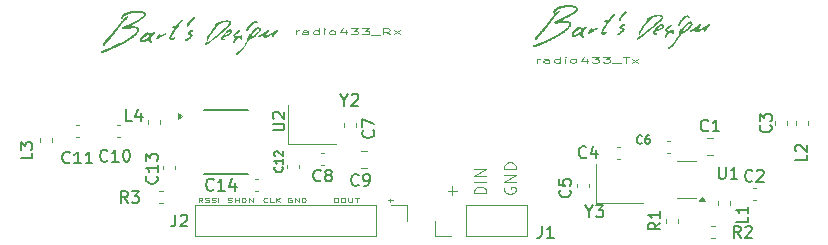
<source format=gbr>
%TF.GenerationSoftware,KiCad,Pcbnew,8.0.0-1.fc39*%
%TF.CreationDate,2024-05-13T23:25:18+02:00*%
%TF.ProjectId,radio433,72616469-6f34-4333-932e-6b696361645f,rev?*%
%TF.SameCoordinates,Original*%
%TF.FileFunction,Legend,Top*%
%TF.FilePolarity,Positive*%
%FSLAX46Y46*%
G04 Gerber Fmt 4.6, Leading zero omitted, Abs format (unit mm)*
G04 Created by KiCad (PCBNEW 8.0.0-1.fc39) date 2024-05-13 23:25:18*
%MOMM*%
%LPD*%
G01*
G04 APERTURE LIST*
%ADD10C,0.080000*%
%ADD11C,0.100000*%
%ADD12C,0.150000*%
%ADD13C,0.120000*%
%ADD14C,0.000000*%
G04 APERTURE END LIST*
D10*
X207163107Y-101927840D02*
X207245964Y-101946887D01*
X207245964Y-101946887D02*
X207384059Y-101946887D01*
X207384059Y-101946887D02*
X207439297Y-101927840D01*
X207439297Y-101927840D02*
X207466916Y-101908792D01*
X207466916Y-101908792D02*
X207494535Y-101870697D01*
X207494535Y-101870697D02*
X207494535Y-101832601D01*
X207494535Y-101832601D02*
X207466916Y-101794506D01*
X207466916Y-101794506D02*
X207439297Y-101775459D01*
X207439297Y-101775459D02*
X207384059Y-101756411D01*
X207384059Y-101756411D02*
X207273583Y-101737363D01*
X207273583Y-101737363D02*
X207218345Y-101718316D01*
X207218345Y-101718316D02*
X207190726Y-101699268D01*
X207190726Y-101699268D02*
X207163107Y-101661173D01*
X207163107Y-101661173D02*
X207163107Y-101623078D01*
X207163107Y-101623078D02*
X207190726Y-101584982D01*
X207190726Y-101584982D02*
X207218345Y-101565935D01*
X207218345Y-101565935D02*
X207273583Y-101546887D01*
X207273583Y-101546887D02*
X207411678Y-101546887D01*
X207411678Y-101546887D02*
X207494535Y-101565935D01*
X207743107Y-101946887D02*
X207743107Y-101546887D01*
X207743107Y-101737363D02*
X208074535Y-101737363D01*
X208074535Y-101946887D02*
X208074535Y-101546887D01*
X208350726Y-101946887D02*
X208350726Y-101546887D01*
X208350726Y-101546887D02*
X208488821Y-101546887D01*
X208488821Y-101546887D02*
X208571678Y-101565935D01*
X208571678Y-101565935D02*
X208626916Y-101604030D01*
X208626916Y-101604030D02*
X208654535Y-101642125D01*
X208654535Y-101642125D02*
X208682154Y-101718316D01*
X208682154Y-101718316D02*
X208682154Y-101775459D01*
X208682154Y-101775459D02*
X208654535Y-101851649D01*
X208654535Y-101851649D02*
X208626916Y-101889744D01*
X208626916Y-101889744D02*
X208571678Y-101927840D01*
X208571678Y-101927840D02*
X208488821Y-101946887D01*
X208488821Y-101946887D02*
X208350726Y-101946887D01*
X208930726Y-101946887D02*
X208930726Y-101546887D01*
X208930726Y-101546887D02*
X209262154Y-101946887D01*
X209262154Y-101946887D02*
X209262154Y-101546887D01*
X205022154Y-101946887D02*
X204828821Y-101756411D01*
X204690726Y-101946887D02*
X204690726Y-101546887D01*
X204690726Y-101546887D02*
X204911678Y-101546887D01*
X204911678Y-101546887D02*
X204966916Y-101565935D01*
X204966916Y-101565935D02*
X204994535Y-101584982D01*
X204994535Y-101584982D02*
X205022154Y-101623078D01*
X205022154Y-101623078D02*
X205022154Y-101680220D01*
X205022154Y-101680220D02*
X204994535Y-101718316D01*
X204994535Y-101718316D02*
X204966916Y-101737363D01*
X204966916Y-101737363D02*
X204911678Y-101756411D01*
X204911678Y-101756411D02*
X204690726Y-101756411D01*
X205243107Y-101927840D02*
X205325964Y-101946887D01*
X205325964Y-101946887D02*
X205464059Y-101946887D01*
X205464059Y-101946887D02*
X205519297Y-101927840D01*
X205519297Y-101927840D02*
X205546916Y-101908792D01*
X205546916Y-101908792D02*
X205574535Y-101870697D01*
X205574535Y-101870697D02*
X205574535Y-101832601D01*
X205574535Y-101832601D02*
X205546916Y-101794506D01*
X205546916Y-101794506D02*
X205519297Y-101775459D01*
X205519297Y-101775459D02*
X205464059Y-101756411D01*
X205464059Y-101756411D02*
X205353583Y-101737363D01*
X205353583Y-101737363D02*
X205298345Y-101718316D01*
X205298345Y-101718316D02*
X205270726Y-101699268D01*
X205270726Y-101699268D02*
X205243107Y-101661173D01*
X205243107Y-101661173D02*
X205243107Y-101623078D01*
X205243107Y-101623078D02*
X205270726Y-101584982D01*
X205270726Y-101584982D02*
X205298345Y-101565935D01*
X205298345Y-101565935D02*
X205353583Y-101546887D01*
X205353583Y-101546887D02*
X205491678Y-101546887D01*
X205491678Y-101546887D02*
X205574535Y-101565935D01*
X205795488Y-101927840D02*
X205878345Y-101946887D01*
X205878345Y-101946887D02*
X206016440Y-101946887D01*
X206016440Y-101946887D02*
X206071678Y-101927840D01*
X206071678Y-101927840D02*
X206099297Y-101908792D01*
X206099297Y-101908792D02*
X206126916Y-101870697D01*
X206126916Y-101870697D02*
X206126916Y-101832601D01*
X206126916Y-101832601D02*
X206099297Y-101794506D01*
X206099297Y-101794506D02*
X206071678Y-101775459D01*
X206071678Y-101775459D02*
X206016440Y-101756411D01*
X206016440Y-101756411D02*
X205905964Y-101737363D01*
X205905964Y-101737363D02*
X205850726Y-101718316D01*
X205850726Y-101718316D02*
X205823107Y-101699268D01*
X205823107Y-101699268D02*
X205795488Y-101661173D01*
X205795488Y-101661173D02*
X205795488Y-101623078D01*
X205795488Y-101623078D02*
X205823107Y-101584982D01*
X205823107Y-101584982D02*
X205850726Y-101565935D01*
X205850726Y-101565935D02*
X205905964Y-101546887D01*
X205905964Y-101546887D02*
X206044059Y-101546887D01*
X206044059Y-101546887D02*
X206126916Y-101565935D01*
X206375488Y-101946887D02*
X206375488Y-101546887D01*
D11*
X233303884Y-90133609D02*
X233303884Y-89800276D01*
X233303884Y-89895514D02*
X233351503Y-89847895D01*
X233351503Y-89847895D02*
X233399122Y-89824085D01*
X233399122Y-89824085D02*
X233494360Y-89800276D01*
X233494360Y-89800276D02*
X233589598Y-89800276D01*
X234351503Y-90133609D02*
X234351503Y-89871704D01*
X234351503Y-89871704D02*
X234303884Y-89824085D01*
X234303884Y-89824085D02*
X234208646Y-89800276D01*
X234208646Y-89800276D02*
X234018170Y-89800276D01*
X234018170Y-89800276D02*
X233922932Y-89824085D01*
X234351503Y-90109800D02*
X234256265Y-90133609D01*
X234256265Y-90133609D02*
X234018170Y-90133609D01*
X234018170Y-90133609D02*
X233922932Y-90109800D01*
X233922932Y-90109800D02*
X233875313Y-90062180D01*
X233875313Y-90062180D02*
X233875313Y-90014561D01*
X233875313Y-90014561D02*
X233922932Y-89966942D01*
X233922932Y-89966942D02*
X234018170Y-89943133D01*
X234018170Y-89943133D02*
X234256265Y-89943133D01*
X234256265Y-89943133D02*
X234351503Y-89919323D01*
X235256265Y-90133609D02*
X235256265Y-89633609D01*
X235256265Y-90109800D02*
X235161027Y-90133609D01*
X235161027Y-90133609D02*
X234970551Y-90133609D01*
X234970551Y-90133609D02*
X234875313Y-90109800D01*
X234875313Y-90109800D02*
X234827694Y-90085990D01*
X234827694Y-90085990D02*
X234780075Y-90038371D01*
X234780075Y-90038371D02*
X234780075Y-89895514D01*
X234780075Y-89895514D02*
X234827694Y-89847895D01*
X234827694Y-89847895D02*
X234875313Y-89824085D01*
X234875313Y-89824085D02*
X234970551Y-89800276D01*
X234970551Y-89800276D02*
X235161027Y-89800276D01*
X235161027Y-89800276D02*
X235256265Y-89824085D01*
X235732456Y-90133609D02*
X235732456Y-89800276D01*
X235732456Y-89633609D02*
X235684837Y-89657419D01*
X235684837Y-89657419D02*
X235732456Y-89681228D01*
X235732456Y-89681228D02*
X235780075Y-89657419D01*
X235780075Y-89657419D02*
X235732456Y-89633609D01*
X235732456Y-89633609D02*
X235732456Y-89681228D01*
X236351503Y-90133609D02*
X236256265Y-90109800D01*
X236256265Y-90109800D02*
X236208646Y-90085990D01*
X236208646Y-90085990D02*
X236161027Y-90038371D01*
X236161027Y-90038371D02*
X236161027Y-89895514D01*
X236161027Y-89895514D02*
X236208646Y-89847895D01*
X236208646Y-89847895D02*
X236256265Y-89824085D01*
X236256265Y-89824085D02*
X236351503Y-89800276D01*
X236351503Y-89800276D02*
X236494360Y-89800276D01*
X236494360Y-89800276D02*
X236589598Y-89824085D01*
X236589598Y-89824085D02*
X236637217Y-89847895D01*
X236637217Y-89847895D02*
X236684836Y-89895514D01*
X236684836Y-89895514D02*
X236684836Y-90038371D01*
X236684836Y-90038371D02*
X236637217Y-90085990D01*
X236637217Y-90085990D02*
X236589598Y-90109800D01*
X236589598Y-90109800D02*
X236494360Y-90133609D01*
X236494360Y-90133609D02*
X236351503Y-90133609D01*
X237541979Y-89800276D02*
X237541979Y-90133609D01*
X237303884Y-89609800D02*
X237065789Y-89966942D01*
X237065789Y-89966942D02*
X237684836Y-89966942D01*
X237970551Y-89633609D02*
X238589598Y-89633609D01*
X238589598Y-89633609D02*
X238256265Y-89824085D01*
X238256265Y-89824085D02*
X238399122Y-89824085D01*
X238399122Y-89824085D02*
X238494360Y-89847895D01*
X238494360Y-89847895D02*
X238541979Y-89871704D01*
X238541979Y-89871704D02*
X238589598Y-89919323D01*
X238589598Y-89919323D02*
X238589598Y-90038371D01*
X238589598Y-90038371D02*
X238541979Y-90085990D01*
X238541979Y-90085990D02*
X238494360Y-90109800D01*
X238494360Y-90109800D02*
X238399122Y-90133609D01*
X238399122Y-90133609D02*
X238113408Y-90133609D01*
X238113408Y-90133609D02*
X238018170Y-90109800D01*
X238018170Y-90109800D02*
X237970551Y-90085990D01*
X238922932Y-89633609D02*
X239541979Y-89633609D01*
X239541979Y-89633609D02*
X239208646Y-89824085D01*
X239208646Y-89824085D02*
X239351503Y-89824085D01*
X239351503Y-89824085D02*
X239446741Y-89847895D01*
X239446741Y-89847895D02*
X239494360Y-89871704D01*
X239494360Y-89871704D02*
X239541979Y-89919323D01*
X239541979Y-89919323D02*
X239541979Y-90038371D01*
X239541979Y-90038371D02*
X239494360Y-90085990D01*
X239494360Y-90085990D02*
X239446741Y-90109800D01*
X239446741Y-90109800D02*
X239351503Y-90133609D01*
X239351503Y-90133609D02*
X239065789Y-90133609D01*
X239065789Y-90133609D02*
X238970551Y-90109800D01*
X238970551Y-90109800D02*
X238922932Y-90085990D01*
X239732456Y-90181228D02*
X240494360Y-90181228D01*
X240589599Y-89633609D02*
X241161027Y-89633609D01*
X240875313Y-90133609D02*
X240875313Y-89633609D01*
X241399123Y-90133609D02*
X241922932Y-89800276D01*
X241399123Y-89800276D02*
X241922932Y-90133609D01*
D10*
X216190726Y-101946887D02*
X216190726Y-101546887D01*
X216190726Y-101546887D02*
X216328821Y-101546887D01*
X216328821Y-101546887D02*
X216411678Y-101565935D01*
X216411678Y-101565935D02*
X216466916Y-101604030D01*
X216466916Y-101604030D02*
X216494535Y-101642125D01*
X216494535Y-101642125D02*
X216522154Y-101718316D01*
X216522154Y-101718316D02*
X216522154Y-101775459D01*
X216522154Y-101775459D02*
X216494535Y-101851649D01*
X216494535Y-101851649D02*
X216466916Y-101889744D01*
X216466916Y-101889744D02*
X216411678Y-101927840D01*
X216411678Y-101927840D02*
X216328821Y-101946887D01*
X216328821Y-101946887D02*
X216190726Y-101946887D01*
X216881202Y-101546887D02*
X216991678Y-101546887D01*
X216991678Y-101546887D02*
X217046916Y-101565935D01*
X217046916Y-101565935D02*
X217102154Y-101604030D01*
X217102154Y-101604030D02*
X217129773Y-101680220D01*
X217129773Y-101680220D02*
X217129773Y-101813554D01*
X217129773Y-101813554D02*
X217102154Y-101889744D01*
X217102154Y-101889744D02*
X217046916Y-101927840D01*
X217046916Y-101927840D02*
X216991678Y-101946887D01*
X216991678Y-101946887D02*
X216881202Y-101946887D01*
X216881202Y-101946887D02*
X216825964Y-101927840D01*
X216825964Y-101927840D02*
X216770726Y-101889744D01*
X216770726Y-101889744D02*
X216743107Y-101813554D01*
X216743107Y-101813554D02*
X216743107Y-101680220D01*
X216743107Y-101680220D02*
X216770726Y-101604030D01*
X216770726Y-101604030D02*
X216825964Y-101565935D01*
X216825964Y-101565935D02*
X216881202Y-101546887D01*
X217378345Y-101546887D02*
X217378345Y-101870697D01*
X217378345Y-101870697D02*
X217405964Y-101908792D01*
X217405964Y-101908792D02*
X217433583Y-101927840D01*
X217433583Y-101927840D02*
X217488821Y-101946887D01*
X217488821Y-101946887D02*
X217599297Y-101946887D01*
X217599297Y-101946887D02*
X217654535Y-101927840D01*
X217654535Y-101927840D02*
X217682154Y-101908792D01*
X217682154Y-101908792D02*
X217709773Y-101870697D01*
X217709773Y-101870697D02*
X217709773Y-101546887D01*
X217903107Y-101546887D02*
X218234535Y-101546887D01*
X218068821Y-101946887D02*
X218068821Y-101546887D01*
X212554535Y-101565935D02*
X212499297Y-101546887D01*
X212499297Y-101546887D02*
X212416440Y-101546887D01*
X212416440Y-101546887D02*
X212333583Y-101565935D01*
X212333583Y-101565935D02*
X212278345Y-101604030D01*
X212278345Y-101604030D02*
X212250726Y-101642125D01*
X212250726Y-101642125D02*
X212223107Y-101718316D01*
X212223107Y-101718316D02*
X212223107Y-101775459D01*
X212223107Y-101775459D02*
X212250726Y-101851649D01*
X212250726Y-101851649D02*
X212278345Y-101889744D01*
X212278345Y-101889744D02*
X212333583Y-101927840D01*
X212333583Y-101927840D02*
X212416440Y-101946887D01*
X212416440Y-101946887D02*
X212471678Y-101946887D01*
X212471678Y-101946887D02*
X212554535Y-101927840D01*
X212554535Y-101927840D02*
X212582154Y-101908792D01*
X212582154Y-101908792D02*
X212582154Y-101775459D01*
X212582154Y-101775459D02*
X212471678Y-101775459D01*
X212830726Y-101946887D02*
X212830726Y-101546887D01*
X212830726Y-101546887D02*
X213162154Y-101946887D01*
X213162154Y-101946887D02*
X213162154Y-101546887D01*
X213438345Y-101946887D02*
X213438345Y-101546887D01*
X213438345Y-101546887D02*
X213576440Y-101546887D01*
X213576440Y-101546887D02*
X213659297Y-101565935D01*
X213659297Y-101565935D02*
X213714535Y-101604030D01*
X213714535Y-101604030D02*
X213742154Y-101642125D01*
X213742154Y-101642125D02*
X213769773Y-101718316D01*
X213769773Y-101718316D02*
X213769773Y-101775459D01*
X213769773Y-101775459D02*
X213742154Y-101851649D01*
X213742154Y-101851649D02*
X213714535Y-101889744D01*
X213714535Y-101889744D02*
X213659297Y-101927840D01*
X213659297Y-101927840D02*
X213576440Y-101946887D01*
X213576440Y-101946887D02*
X213438345Y-101946887D01*
X210522154Y-101908792D02*
X210494535Y-101927840D01*
X210494535Y-101927840D02*
X210411678Y-101946887D01*
X210411678Y-101946887D02*
X210356440Y-101946887D01*
X210356440Y-101946887D02*
X210273583Y-101927840D01*
X210273583Y-101927840D02*
X210218345Y-101889744D01*
X210218345Y-101889744D02*
X210190726Y-101851649D01*
X210190726Y-101851649D02*
X210163107Y-101775459D01*
X210163107Y-101775459D02*
X210163107Y-101718316D01*
X210163107Y-101718316D02*
X210190726Y-101642125D01*
X210190726Y-101642125D02*
X210218345Y-101604030D01*
X210218345Y-101604030D02*
X210273583Y-101565935D01*
X210273583Y-101565935D02*
X210356440Y-101546887D01*
X210356440Y-101546887D02*
X210411678Y-101546887D01*
X210411678Y-101546887D02*
X210494535Y-101565935D01*
X210494535Y-101565935D02*
X210522154Y-101584982D01*
X211046916Y-101946887D02*
X210770726Y-101946887D01*
X210770726Y-101946887D02*
X210770726Y-101546887D01*
X211240250Y-101946887D02*
X211240250Y-101546887D01*
X211571678Y-101946887D02*
X211323107Y-101718316D01*
X211571678Y-101546887D02*
X211240250Y-101775459D01*
D11*
X230610038Y-100672306D02*
X230562419Y-100767544D01*
X230562419Y-100767544D02*
X230562419Y-100910401D01*
X230562419Y-100910401D02*
X230610038Y-101053258D01*
X230610038Y-101053258D02*
X230705276Y-101148496D01*
X230705276Y-101148496D02*
X230800514Y-101196115D01*
X230800514Y-101196115D02*
X230990990Y-101243734D01*
X230990990Y-101243734D02*
X231133847Y-101243734D01*
X231133847Y-101243734D02*
X231324323Y-101196115D01*
X231324323Y-101196115D02*
X231419561Y-101148496D01*
X231419561Y-101148496D02*
X231514800Y-101053258D01*
X231514800Y-101053258D02*
X231562419Y-100910401D01*
X231562419Y-100910401D02*
X231562419Y-100815163D01*
X231562419Y-100815163D02*
X231514800Y-100672306D01*
X231514800Y-100672306D02*
X231467180Y-100624687D01*
X231467180Y-100624687D02*
X231133847Y-100624687D01*
X231133847Y-100624687D02*
X231133847Y-100815163D01*
X231562419Y-100196115D02*
X230562419Y-100196115D01*
X230562419Y-100196115D02*
X231562419Y-99624687D01*
X231562419Y-99624687D02*
X230562419Y-99624687D01*
X231562419Y-99148496D02*
X230562419Y-99148496D01*
X230562419Y-99148496D02*
X230562419Y-98910401D01*
X230562419Y-98910401D02*
X230610038Y-98767544D01*
X230610038Y-98767544D02*
X230705276Y-98672306D01*
X230705276Y-98672306D02*
X230800514Y-98624687D01*
X230800514Y-98624687D02*
X230990990Y-98577068D01*
X230990990Y-98577068D02*
X231133847Y-98577068D01*
X231133847Y-98577068D02*
X231324323Y-98624687D01*
X231324323Y-98624687D02*
X231419561Y-98672306D01*
X231419561Y-98672306D02*
X231514800Y-98767544D01*
X231514800Y-98767544D02*
X231562419Y-98910401D01*
X231562419Y-98910401D02*
X231562419Y-99148496D01*
X229042419Y-101196115D02*
X228042419Y-101196115D01*
X228042419Y-101196115D02*
X228042419Y-100958020D01*
X228042419Y-100958020D02*
X228090038Y-100815163D01*
X228090038Y-100815163D02*
X228185276Y-100719925D01*
X228185276Y-100719925D02*
X228280514Y-100672306D01*
X228280514Y-100672306D02*
X228470990Y-100624687D01*
X228470990Y-100624687D02*
X228613847Y-100624687D01*
X228613847Y-100624687D02*
X228804323Y-100672306D01*
X228804323Y-100672306D02*
X228899561Y-100719925D01*
X228899561Y-100719925D02*
X228994800Y-100815163D01*
X228994800Y-100815163D02*
X229042419Y-100958020D01*
X229042419Y-100958020D02*
X229042419Y-101196115D01*
X229042419Y-100196115D02*
X228042419Y-100196115D01*
X229042419Y-99719925D02*
X228042419Y-99719925D01*
X228042419Y-99719925D02*
X229042419Y-99148497D01*
X229042419Y-99148497D02*
X228042419Y-99148497D01*
X212903884Y-87733609D02*
X212903884Y-87400276D01*
X212903884Y-87495514D02*
X212951503Y-87447895D01*
X212951503Y-87447895D02*
X212999122Y-87424085D01*
X212999122Y-87424085D02*
X213094360Y-87400276D01*
X213094360Y-87400276D02*
X213189598Y-87400276D01*
X213951503Y-87733609D02*
X213951503Y-87471704D01*
X213951503Y-87471704D02*
X213903884Y-87424085D01*
X213903884Y-87424085D02*
X213808646Y-87400276D01*
X213808646Y-87400276D02*
X213618170Y-87400276D01*
X213618170Y-87400276D02*
X213522932Y-87424085D01*
X213951503Y-87709800D02*
X213856265Y-87733609D01*
X213856265Y-87733609D02*
X213618170Y-87733609D01*
X213618170Y-87733609D02*
X213522932Y-87709800D01*
X213522932Y-87709800D02*
X213475313Y-87662180D01*
X213475313Y-87662180D02*
X213475313Y-87614561D01*
X213475313Y-87614561D02*
X213522932Y-87566942D01*
X213522932Y-87566942D02*
X213618170Y-87543133D01*
X213618170Y-87543133D02*
X213856265Y-87543133D01*
X213856265Y-87543133D02*
X213951503Y-87519323D01*
X214856265Y-87733609D02*
X214856265Y-87233609D01*
X214856265Y-87709800D02*
X214761027Y-87733609D01*
X214761027Y-87733609D02*
X214570551Y-87733609D01*
X214570551Y-87733609D02*
X214475313Y-87709800D01*
X214475313Y-87709800D02*
X214427694Y-87685990D01*
X214427694Y-87685990D02*
X214380075Y-87638371D01*
X214380075Y-87638371D02*
X214380075Y-87495514D01*
X214380075Y-87495514D02*
X214427694Y-87447895D01*
X214427694Y-87447895D02*
X214475313Y-87424085D01*
X214475313Y-87424085D02*
X214570551Y-87400276D01*
X214570551Y-87400276D02*
X214761027Y-87400276D01*
X214761027Y-87400276D02*
X214856265Y-87424085D01*
X215332456Y-87733609D02*
X215332456Y-87400276D01*
X215332456Y-87233609D02*
X215284837Y-87257419D01*
X215284837Y-87257419D02*
X215332456Y-87281228D01*
X215332456Y-87281228D02*
X215380075Y-87257419D01*
X215380075Y-87257419D02*
X215332456Y-87233609D01*
X215332456Y-87233609D02*
X215332456Y-87281228D01*
X215951503Y-87733609D02*
X215856265Y-87709800D01*
X215856265Y-87709800D02*
X215808646Y-87685990D01*
X215808646Y-87685990D02*
X215761027Y-87638371D01*
X215761027Y-87638371D02*
X215761027Y-87495514D01*
X215761027Y-87495514D02*
X215808646Y-87447895D01*
X215808646Y-87447895D02*
X215856265Y-87424085D01*
X215856265Y-87424085D02*
X215951503Y-87400276D01*
X215951503Y-87400276D02*
X216094360Y-87400276D01*
X216094360Y-87400276D02*
X216189598Y-87424085D01*
X216189598Y-87424085D02*
X216237217Y-87447895D01*
X216237217Y-87447895D02*
X216284836Y-87495514D01*
X216284836Y-87495514D02*
X216284836Y-87638371D01*
X216284836Y-87638371D02*
X216237217Y-87685990D01*
X216237217Y-87685990D02*
X216189598Y-87709800D01*
X216189598Y-87709800D02*
X216094360Y-87733609D01*
X216094360Y-87733609D02*
X215951503Y-87733609D01*
X217141979Y-87400276D02*
X217141979Y-87733609D01*
X216903884Y-87209800D02*
X216665789Y-87566942D01*
X216665789Y-87566942D02*
X217284836Y-87566942D01*
X217570551Y-87233609D02*
X218189598Y-87233609D01*
X218189598Y-87233609D02*
X217856265Y-87424085D01*
X217856265Y-87424085D02*
X217999122Y-87424085D01*
X217999122Y-87424085D02*
X218094360Y-87447895D01*
X218094360Y-87447895D02*
X218141979Y-87471704D01*
X218141979Y-87471704D02*
X218189598Y-87519323D01*
X218189598Y-87519323D02*
X218189598Y-87638371D01*
X218189598Y-87638371D02*
X218141979Y-87685990D01*
X218141979Y-87685990D02*
X218094360Y-87709800D01*
X218094360Y-87709800D02*
X217999122Y-87733609D01*
X217999122Y-87733609D02*
X217713408Y-87733609D01*
X217713408Y-87733609D02*
X217618170Y-87709800D01*
X217618170Y-87709800D02*
X217570551Y-87685990D01*
X218522932Y-87233609D02*
X219141979Y-87233609D01*
X219141979Y-87233609D02*
X218808646Y-87424085D01*
X218808646Y-87424085D02*
X218951503Y-87424085D01*
X218951503Y-87424085D02*
X219046741Y-87447895D01*
X219046741Y-87447895D02*
X219094360Y-87471704D01*
X219094360Y-87471704D02*
X219141979Y-87519323D01*
X219141979Y-87519323D02*
X219141979Y-87638371D01*
X219141979Y-87638371D02*
X219094360Y-87685990D01*
X219094360Y-87685990D02*
X219046741Y-87709800D01*
X219046741Y-87709800D02*
X218951503Y-87733609D01*
X218951503Y-87733609D02*
X218665789Y-87733609D01*
X218665789Y-87733609D02*
X218570551Y-87709800D01*
X218570551Y-87709800D02*
X218522932Y-87685990D01*
X219332456Y-87781228D02*
X220094360Y-87781228D01*
X220903884Y-87733609D02*
X220570551Y-87495514D01*
X220332456Y-87733609D02*
X220332456Y-87233609D01*
X220332456Y-87233609D02*
X220713408Y-87233609D01*
X220713408Y-87233609D02*
X220808646Y-87257419D01*
X220808646Y-87257419D02*
X220856265Y-87281228D01*
X220856265Y-87281228D02*
X220903884Y-87328847D01*
X220903884Y-87328847D02*
X220903884Y-87400276D01*
X220903884Y-87400276D02*
X220856265Y-87447895D01*
X220856265Y-87447895D02*
X220808646Y-87471704D01*
X220808646Y-87471704D02*
X220713408Y-87495514D01*
X220713408Y-87495514D02*
X220332456Y-87495514D01*
X221237218Y-87733609D02*
X221761027Y-87400276D01*
X221237218Y-87400276D02*
X221761027Y-87733609D01*
D10*
X220690726Y-101794506D02*
X221132631Y-101794506D01*
X220911678Y-101946887D02*
X220911678Y-101642125D01*
D11*
X225803884Y-100991466D02*
X226565789Y-100991466D01*
X226184836Y-101372419D02*
X226184836Y-100610514D01*
D12*
X253109580Y-95416666D02*
X253157200Y-95464285D01*
X253157200Y-95464285D02*
X253204819Y-95607142D01*
X253204819Y-95607142D02*
X253204819Y-95702380D01*
X253204819Y-95702380D02*
X253157200Y-95845237D01*
X253157200Y-95845237D02*
X253061961Y-95940475D01*
X253061961Y-95940475D02*
X252966723Y-95988094D01*
X252966723Y-95988094D02*
X252776247Y-96035713D01*
X252776247Y-96035713D02*
X252633390Y-96035713D01*
X252633390Y-96035713D02*
X252442914Y-95988094D01*
X252442914Y-95988094D02*
X252347676Y-95940475D01*
X252347676Y-95940475D02*
X252252438Y-95845237D01*
X252252438Y-95845237D02*
X252204819Y-95702380D01*
X252204819Y-95702380D02*
X252204819Y-95607142D01*
X252204819Y-95607142D02*
X252252438Y-95464285D01*
X252252438Y-95464285D02*
X252300057Y-95416666D01*
X252204819Y-95083332D02*
X252204819Y-94464285D01*
X252204819Y-94464285D02*
X252585771Y-94797618D01*
X252585771Y-94797618D02*
X252585771Y-94654761D01*
X252585771Y-94654761D02*
X252633390Y-94559523D01*
X252633390Y-94559523D02*
X252681009Y-94511904D01*
X252681009Y-94511904D02*
X252776247Y-94464285D01*
X252776247Y-94464285D02*
X253014342Y-94464285D01*
X253014342Y-94464285D02*
X253109580Y-94511904D01*
X253109580Y-94511904D02*
X253157200Y-94559523D01*
X253157200Y-94559523D02*
X253204819Y-94654761D01*
X253204819Y-94654761D02*
X253204819Y-94940475D01*
X253204819Y-94940475D02*
X253157200Y-95035713D01*
X253157200Y-95035713D02*
X253109580Y-95083332D01*
X198693333Y-101994819D02*
X198360000Y-101518628D01*
X198121905Y-101994819D02*
X198121905Y-100994819D01*
X198121905Y-100994819D02*
X198502857Y-100994819D01*
X198502857Y-100994819D02*
X198598095Y-101042438D01*
X198598095Y-101042438D02*
X198645714Y-101090057D01*
X198645714Y-101090057D02*
X198693333Y-101185295D01*
X198693333Y-101185295D02*
X198693333Y-101328152D01*
X198693333Y-101328152D02*
X198645714Y-101423390D01*
X198645714Y-101423390D02*
X198598095Y-101471009D01*
X198598095Y-101471009D02*
X198502857Y-101518628D01*
X198502857Y-101518628D02*
X198121905Y-101518628D01*
X199026667Y-100994819D02*
X199645714Y-100994819D01*
X199645714Y-100994819D02*
X199312381Y-101375771D01*
X199312381Y-101375771D02*
X199455238Y-101375771D01*
X199455238Y-101375771D02*
X199550476Y-101423390D01*
X199550476Y-101423390D02*
X199598095Y-101471009D01*
X199598095Y-101471009D02*
X199645714Y-101566247D01*
X199645714Y-101566247D02*
X199645714Y-101804342D01*
X199645714Y-101804342D02*
X199598095Y-101899580D01*
X199598095Y-101899580D02*
X199550476Y-101947200D01*
X199550476Y-101947200D02*
X199455238Y-101994819D01*
X199455238Y-101994819D02*
X199169524Y-101994819D01*
X199169524Y-101994819D02*
X199074286Y-101947200D01*
X199074286Y-101947200D02*
X199026667Y-101899580D01*
X237773809Y-102728628D02*
X237773809Y-103204819D01*
X237440476Y-102204819D02*
X237773809Y-102728628D01*
X237773809Y-102728628D02*
X238107142Y-102204819D01*
X238345238Y-102204819D02*
X238964285Y-102204819D01*
X238964285Y-102204819D02*
X238630952Y-102585771D01*
X238630952Y-102585771D02*
X238773809Y-102585771D01*
X238773809Y-102585771D02*
X238869047Y-102633390D01*
X238869047Y-102633390D02*
X238916666Y-102681009D01*
X238916666Y-102681009D02*
X238964285Y-102776247D01*
X238964285Y-102776247D02*
X238964285Y-103014342D01*
X238964285Y-103014342D02*
X238916666Y-103109580D01*
X238916666Y-103109580D02*
X238869047Y-103157200D01*
X238869047Y-103157200D02*
X238773809Y-103204819D01*
X238773809Y-103204819D02*
X238488095Y-103204819D01*
X238488095Y-103204819D02*
X238392857Y-103157200D01*
X238392857Y-103157200D02*
X238345238Y-103109580D01*
X201134580Y-99742857D02*
X201182200Y-99790476D01*
X201182200Y-99790476D02*
X201229819Y-99933333D01*
X201229819Y-99933333D02*
X201229819Y-100028571D01*
X201229819Y-100028571D02*
X201182200Y-100171428D01*
X201182200Y-100171428D02*
X201086961Y-100266666D01*
X201086961Y-100266666D02*
X200991723Y-100314285D01*
X200991723Y-100314285D02*
X200801247Y-100361904D01*
X200801247Y-100361904D02*
X200658390Y-100361904D01*
X200658390Y-100361904D02*
X200467914Y-100314285D01*
X200467914Y-100314285D02*
X200372676Y-100266666D01*
X200372676Y-100266666D02*
X200277438Y-100171428D01*
X200277438Y-100171428D02*
X200229819Y-100028571D01*
X200229819Y-100028571D02*
X200229819Y-99933333D01*
X200229819Y-99933333D02*
X200277438Y-99790476D01*
X200277438Y-99790476D02*
X200325057Y-99742857D01*
X201229819Y-98790476D02*
X201229819Y-99361904D01*
X201229819Y-99076190D02*
X200229819Y-99076190D01*
X200229819Y-99076190D02*
X200372676Y-99171428D01*
X200372676Y-99171428D02*
X200467914Y-99266666D01*
X200467914Y-99266666D02*
X200515533Y-99361904D01*
X200229819Y-98457142D02*
X200229819Y-97838095D01*
X200229819Y-97838095D02*
X200610771Y-98171428D01*
X200610771Y-98171428D02*
X200610771Y-98028571D01*
X200610771Y-98028571D02*
X200658390Y-97933333D01*
X200658390Y-97933333D02*
X200706009Y-97885714D01*
X200706009Y-97885714D02*
X200801247Y-97838095D01*
X200801247Y-97838095D02*
X201039342Y-97838095D01*
X201039342Y-97838095D02*
X201134580Y-97885714D01*
X201134580Y-97885714D02*
X201182200Y-97933333D01*
X201182200Y-97933333D02*
X201229819Y-98028571D01*
X201229819Y-98028571D02*
X201229819Y-98314285D01*
X201229819Y-98314285D02*
X201182200Y-98409523D01*
X201182200Y-98409523D02*
X201134580Y-98457142D01*
X211749366Y-98950000D02*
X211782700Y-98983333D01*
X211782700Y-98983333D02*
X211816033Y-99083333D01*
X211816033Y-99083333D02*
X211816033Y-99150000D01*
X211816033Y-99150000D02*
X211782700Y-99250000D01*
X211782700Y-99250000D02*
X211716033Y-99316667D01*
X211716033Y-99316667D02*
X211649366Y-99350000D01*
X211649366Y-99350000D02*
X211516033Y-99383333D01*
X211516033Y-99383333D02*
X211416033Y-99383333D01*
X211416033Y-99383333D02*
X211282700Y-99350000D01*
X211282700Y-99350000D02*
X211216033Y-99316667D01*
X211216033Y-99316667D02*
X211149366Y-99250000D01*
X211149366Y-99250000D02*
X211116033Y-99150000D01*
X211116033Y-99150000D02*
X211116033Y-99083333D01*
X211116033Y-99083333D02*
X211149366Y-98983333D01*
X211149366Y-98983333D02*
X211182700Y-98950000D01*
X211816033Y-98283333D02*
X211816033Y-98683333D01*
X211816033Y-98483333D02*
X211116033Y-98483333D01*
X211116033Y-98483333D02*
X211216033Y-98550000D01*
X211216033Y-98550000D02*
X211282700Y-98616667D01*
X211282700Y-98616667D02*
X211316033Y-98683333D01*
X211182700Y-98016666D02*
X211149366Y-97983333D01*
X211149366Y-97983333D02*
X211116033Y-97916666D01*
X211116033Y-97916666D02*
X211116033Y-97750000D01*
X211116033Y-97750000D02*
X211149366Y-97683333D01*
X211149366Y-97683333D02*
X211182700Y-97650000D01*
X211182700Y-97650000D02*
X211249366Y-97616666D01*
X211249366Y-97616666D02*
X211316033Y-97616666D01*
X211316033Y-97616666D02*
X211416033Y-97650000D01*
X211416033Y-97650000D02*
X211816033Y-98050000D01*
X211816033Y-98050000D02*
X211816033Y-97616666D01*
X242233333Y-96919366D02*
X242200000Y-96952700D01*
X242200000Y-96952700D02*
X242100000Y-96986033D01*
X242100000Y-96986033D02*
X242033333Y-96986033D01*
X242033333Y-96986033D02*
X241933333Y-96952700D01*
X241933333Y-96952700D02*
X241866667Y-96886033D01*
X241866667Y-96886033D02*
X241833333Y-96819366D01*
X241833333Y-96819366D02*
X241800000Y-96686033D01*
X241800000Y-96686033D02*
X241800000Y-96586033D01*
X241800000Y-96586033D02*
X241833333Y-96452700D01*
X241833333Y-96452700D02*
X241866667Y-96386033D01*
X241866667Y-96386033D02*
X241933333Y-96319366D01*
X241933333Y-96319366D02*
X242033333Y-96286033D01*
X242033333Y-96286033D02*
X242100000Y-96286033D01*
X242100000Y-96286033D02*
X242200000Y-96319366D01*
X242200000Y-96319366D02*
X242233333Y-96352700D01*
X242833333Y-96286033D02*
X242700000Y-96286033D01*
X242700000Y-96286033D02*
X242633333Y-96319366D01*
X242633333Y-96319366D02*
X242600000Y-96352700D01*
X242600000Y-96352700D02*
X242533333Y-96452700D01*
X242533333Y-96452700D02*
X242500000Y-96586033D01*
X242500000Y-96586033D02*
X242500000Y-96852700D01*
X242500000Y-96852700D02*
X242533333Y-96919366D01*
X242533333Y-96919366D02*
X242566667Y-96952700D01*
X242566667Y-96952700D02*
X242633333Y-96986033D01*
X242633333Y-96986033D02*
X242766667Y-96986033D01*
X242766667Y-96986033D02*
X242833333Y-96952700D01*
X242833333Y-96952700D02*
X242866667Y-96919366D01*
X242866667Y-96919366D02*
X242900000Y-96852700D01*
X242900000Y-96852700D02*
X242900000Y-96686033D01*
X242900000Y-96686033D02*
X242866667Y-96619366D01*
X242866667Y-96619366D02*
X242833333Y-96586033D01*
X242833333Y-96586033D02*
X242766667Y-96552700D01*
X242766667Y-96552700D02*
X242633333Y-96552700D01*
X242633333Y-96552700D02*
X242566667Y-96586033D01*
X242566667Y-96586033D02*
X242533333Y-96619366D01*
X242533333Y-96619366D02*
X242500000Y-96686033D01*
X205957142Y-100859580D02*
X205909523Y-100907200D01*
X205909523Y-100907200D02*
X205766666Y-100954819D01*
X205766666Y-100954819D02*
X205671428Y-100954819D01*
X205671428Y-100954819D02*
X205528571Y-100907200D01*
X205528571Y-100907200D02*
X205433333Y-100811961D01*
X205433333Y-100811961D02*
X205385714Y-100716723D01*
X205385714Y-100716723D02*
X205338095Y-100526247D01*
X205338095Y-100526247D02*
X205338095Y-100383390D01*
X205338095Y-100383390D02*
X205385714Y-100192914D01*
X205385714Y-100192914D02*
X205433333Y-100097676D01*
X205433333Y-100097676D02*
X205528571Y-100002438D01*
X205528571Y-100002438D02*
X205671428Y-99954819D01*
X205671428Y-99954819D02*
X205766666Y-99954819D01*
X205766666Y-99954819D02*
X205909523Y-100002438D01*
X205909523Y-100002438D02*
X205957142Y-100050057D01*
X206909523Y-100954819D02*
X206338095Y-100954819D01*
X206623809Y-100954819D02*
X206623809Y-99954819D01*
X206623809Y-99954819D02*
X206528571Y-100097676D01*
X206528571Y-100097676D02*
X206433333Y-100192914D01*
X206433333Y-100192914D02*
X206338095Y-100240533D01*
X207766666Y-100288152D02*
X207766666Y-100954819D01*
X207528571Y-99907200D02*
X207290476Y-100621485D01*
X207290476Y-100621485D02*
X207909523Y-100621485D01*
X237503333Y-98119580D02*
X237455714Y-98167200D01*
X237455714Y-98167200D02*
X237312857Y-98214819D01*
X237312857Y-98214819D02*
X237217619Y-98214819D01*
X237217619Y-98214819D02*
X237074762Y-98167200D01*
X237074762Y-98167200D02*
X236979524Y-98071961D01*
X236979524Y-98071961D02*
X236931905Y-97976723D01*
X236931905Y-97976723D02*
X236884286Y-97786247D01*
X236884286Y-97786247D02*
X236884286Y-97643390D01*
X236884286Y-97643390D02*
X236931905Y-97452914D01*
X236931905Y-97452914D02*
X236979524Y-97357676D01*
X236979524Y-97357676D02*
X237074762Y-97262438D01*
X237074762Y-97262438D02*
X237217619Y-97214819D01*
X237217619Y-97214819D02*
X237312857Y-97214819D01*
X237312857Y-97214819D02*
X237455714Y-97262438D01*
X237455714Y-97262438D02*
X237503333Y-97310057D01*
X238360476Y-97548152D02*
X238360476Y-98214819D01*
X238122381Y-97167200D02*
X237884286Y-97881485D01*
X237884286Y-97881485D02*
X238503333Y-97881485D01*
X210954819Y-95861904D02*
X211764342Y-95861904D01*
X211764342Y-95861904D02*
X211859580Y-95814285D01*
X211859580Y-95814285D02*
X211907200Y-95766666D01*
X211907200Y-95766666D02*
X211954819Y-95671428D01*
X211954819Y-95671428D02*
X211954819Y-95480952D01*
X211954819Y-95480952D02*
X211907200Y-95385714D01*
X211907200Y-95385714D02*
X211859580Y-95338095D01*
X211859580Y-95338095D02*
X211764342Y-95290476D01*
X211764342Y-95290476D02*
X210954819Y-95290476D01*
X211050057Y-94861904D02*
X211002438Y-94814285D01*
X211002438Y-94814285D02*
X210954819Y-94719047D01*
X210954819Y-94719047D02*
X210954819Y-94480952D01*
X210954819Y-94480952D02*
X211002438Y-94385714D01*
X211002438Y-94385714D02*
X211050057Y-94338095D01*
X211050057Y-94338095D02*
X211145295Y-94290476D01*
X211145295Y-94290476D02*
X211240533Y-94290476D01*
X211240533Y-94290476D02*
X211383390Y-94338095D01*
X211383390Y-94338095D02*
X211954819Y-94909523D01*
X211954819Y-94909523D02*
X211954819Y-94290476D01*
X256204819Y-97916666D02*
X256204819Y-98392856D01*
X256204819Y-98392856D02*
X255204819Y-98392856D01*
X255300057Y-97630951D02*
X255252438Y-97583332D01*
X255252438Y-97583332D02*
X255204819Y-97488094D01*
X255204819Y-97488094D02*
X255204819Y-97249999D01*
X255204819Y-97249999D02*
X255252438Y-97154761D01*
X255252438Y-97154761D02*
X255300057Y-97107142D01*
X255300057Y-97107142D02*
X255395295Y-97059523D01*
X255395295Y-97059523D02*
X255490533Y-97059523D01*
X255490533Y-97059523D02*
X255633390Y-97107142D01*
X255633390Y-97107142D02*
X256204819Y-97678570D01*
X256204819Y-97678570D02*
X256204819Y-97059523D01*
X202736666Y-102994819D02*
X202736666Y-103709104D01*
X202736666Y-103709104D02*
X202689047Y-103851961D01*
X202689047Y-103851961D02*
X202593809Y-103947200D01*
X202593809Y-103947200D02*
X202450952Y-103994819D01*
X202450952Y-103994819D02*
X202355714Y-103994819D01*
X203165238Y-103090057D02*
X203212857Y-103042438D01*
X203212857Y-103042438D02*
X203308095Y-102994819D01*
X203308095Y-102994819D02*
X203546190Y-102994819D01*
X203546190Y-102994819D02*
X203641428Y-103042438D01*
X203641428Y-103042438D02*
X203689047Y-103090057D01*
X203689047Y-103090057D02*
X203736666Y-103185295D01*
X203736666Y-103185295D02*
X203736666Y-103280533D01*
X203736666Y-103280533D02*
X203689047Y-103423390D01*
X203689047Y-103423390D02*
X203117619Y-103994819D01*
X203117619Y-103994819D02*
X203736666Y-103994819D01*
X233766666Y-103954819D02*
X233766666Y-104669104D01*
X233766666Y-104669104D02*
X233719047Y-104811961D01*
X233719047Y-104811961D02*
X233623809Y-104907200D01*
X233623809Y-104907200D02*
X233480952Y-104954819D01*
X233480952Y-104954819D02*
X233385714Y-104954819D01*
X234766666Y-104954819D02*
X234195238Y-104954819D01*
X234480952Y-104954819D02*
X234480952Y-103954819D01*
X234480952Y-103954819D02*
X234385714Y-104097676D01*
X234385714Y-104097676D02*
X234290476Y-104192914D01*
X234290476Y-104192914D02*
X234195238Y-104240533D01*
X218233333Y-100459580D02*
X218185714Y-100507200D01*
X218185714Y-100507200D02*
X218042857Y-100554819D01*
X218042857Y-100554819D02*
X217947619Y-100554819D01*
X217947619Y-100554819D02*
X217804762Y-100507200D01*
X217804762Y-100507200D02*
X217709524Y-100411961D01*
X217709524Y-100411961D02*
X217661905Y-100316723D01*
X217661905Y-100316723D02*
X217614286Y-100126247D01*
X217614286Y-100126247D02*
X217614286Y-99983390D01*
X217614286Y-99983390D02*
X217661905Y-99792914D01*
X217661905Y-99792914D02*
X217709524Y-99697676D01*
X217709524Y-99697676D02*
X217804762Y-99602438D01*
X217804762Y-99602438D02*
X217947619Y-99554819D01*
X217947619Y-99554819D02*
X218042857Y-99554819D01*
X218042857Y-99554819D02*
X218185714Y-99602438D01*
X218185714Y-99602438D02*
X218233333Y-99650057D01*
X218709524Y-100554819D02*
X218900000Y-100554819D01*
X218900000Y-100554819D02*
X218995238Y-100507200D01*
X218995238Y-100507200D02*
X219042857Y-100459580D01*
X219042857Y-100459580D02*
X219138095Y-100316723D01*
X219138095Y-100316723D02*
X219185714Y-100126247D01*
X219185714Y-100126247D02*
X219185714Y-99745295D01*
X219185714Y-99745295D02*
X219138095Y-99650057D01*
X219138095Y-99650057D02*
X219090476Y-99602438D01*
X219090476Y-99602438D02*
X218995238Y-99554819D01*
X218995238Y-99554819D02*
X218804762Y-99554819D01*
X218804762Y-99554819D02*
X218709524Y-99602438D01*
X218709524Y-99602438D02*
X218661905Y-99650057D01*
X218661905Y-99650057D02*
X218614286Y-99745295D01*
X218614286Y-99745295D02*
X218614286Y-99983390D01*
X218614286Y-99983390D02*
X218661905Y-100078628D01*
X218661905Y-100078628D02*
X218709524Y-100126247D01*
X218709524Y-100126247D02*
X218804762Y-100173866D01*
X218804762Y-100173866D02*
X218995238Y-100173866D01*
X218995238Y-100173866D02*
X219090476Y-100126247D01*
X219090476Y-100126247D02*
X219138095Y-100078628D01*
X219138095Y-100078628D02*
X219185714Y-99983390D01*
X248738095Y-98954819D02*
X248738095Y-99764342D01*
X248738095Y-99764342D02*
X248785714Y-99859580D01*
X248785714Y-99859580D02*
X248833333Y-99907200D01*
X248833333Y-99907200D02*
X248928571Y-99954819D01*
X248928571Y-99954819D02*
X249119047Y-99954819D01*
X249119047Y-99954819D02*
X249214285Y-99907200D01*
X249214285Y-99907200D02*
X249261904Y-99859580D01*
X249261904Y-99859580D02*
X249309523Y-99764342D01*
X249309523Y-99764342D02*
X249309523Y-98954819D01*
X250309523Y-99954819D02*
X249738095Y-99954819D01*
X250023809Y-99954819D02*
X250023809Y-98954819D01*
X250023809Y-98954819D02*
X249928571Y-99097676D01*
X249928571Y-99097676D02*
X249833333Y-99192914D01*
X249833333Y-99192914D02*
X249738095Y-99240533D01*
X190624819Y-97736666D02*
X190624819Y-98212856D01*
X190624819Y-98212856D02*
X189624819Y-98212856D01*
X189624819Y-97498570D02*
X189624819Y-96879523D01*
X189624819Y-96879523D02*
X190005771Y-97212856D01*
X190005771Y-97212856D02*
X190005771Y-97069999D01*
X190005771Y-97069999D02*
X190053390Y-96974761D01*
X190053390Y-96974761D02*
X190101009Y-96927142D01*
X190101009Y-96927142D02*
X190196247Y-96879523D01*
X190196247Y-96879523D02*
X190434342Y-96879523D01*
X190434342Y-96879523D02*
X190529580Y-96927142D01*
X190529580Y-96927142D02*
X190577200Y-96974761D01*
X190577200Y-96974761D02*
X190624819Y-97069999D01*
X190624819Y-97069999D02*
X190624819Y-97355713D01*
X190624819Y-97355713D02*
X190577200Y-97450951D01*
X190577200Y-97450951D02*
X190529580Y-97498570D01*
X236109580Y-100916666D02*
X236157200Y-100964285D01*
X236157200Y-100964285D02*
X236204819Y-101107142D01*
X236204819Y-101107142D02*
X236204819Y-101202380D01*
X236204819Y-101202380D02*
X236157200Y-101345237D01*
X236157200Y-101345237D02*
X236061961Y-101440475D01*
X236061961Y-101440475D02*
X235966723Y-101488094D01*
X235966723Y-101488094D02*
X235776247Y-101535713D01*
X235776247Y-101535713D02*
X235633390Y-101535713D01*
X235633390Y-101535713D02*
X235442914Y-101488094D01*
X235442914Y-101488094D02*
X235347676Y-101440475D01*
X235347676Y-101440475D02*
X235252438Y-101345237D01*
X235252438Y-101345237D02*
X235204819Y-101202380D01*
X235204819Y-101202380D02*
X235204819Y-101107142D01*
X235204819Y-101107142D02*
X235252438Y-100964285D01*
X235252438Y-100964285D02*
X235300057Y-100916666D01*
X235204819Y-100011904D02*
X235204819Y-100488094D01*
X235204819Y-100488094D02*
X235681009Y-100535713D01*
X235681009Y-100535713D02*
X235633390Y-100488094D01*
X235633390Y-100488094D02*
X235585771Y-100392856D01*
X235585771Y-100392856D02*
X235585771Y-100154761D01*
X235585771Y-100154761D02*
X235633390Y-100059523D01*
X235633390Y-100059523D02*
X235681009Y-100011904D01*
X235681009Y-100011904D02*
X235776247Y-99964285D01*
X235776247Y-99964285D02*
X236014342Y-99964285D01*
X236014342Y-99964285D02*
X236109580Y-100011904D01*
X236109580Y-100011904D02*
X236157200Y-100059523D01*
X236157200Y-100059523D02*
X236204819Y-100154761D01*
X236204819Y-100154761D02*
X236204819Y-100392856D01*
X236204819Y-100392856D02*
X236157200Y-100488094D01*
X236157200Y-100488094D02*
X236109580Y-100535713D01*
X215033333Y-100089580D02*
X214985714Y-100137200D01*
X214985714Y-100137200D02*
X214842857Y-100184819D01*
X214842857Y-100184819D02*
X214747619Y-100184819D01*
X214747619Y-100184819D02*
X214604762Y-100137200D01*
X214604762Y-100137200D02*
X214509524Y-100041961D01*
X214509524Y-100041961D02*
X214461905Y-99946723D01*
X214461905Y-99946723D02*
X214414286Y-99756247D01*
X214414286Y-99756247D02*
X214414286Y-99613390D01*
X214414286Y-99613390D02*
X214461905Y-99422914D01*
X214461905Y-99422914D02*
X214509524Y-99327676D01*
X214509524Y-99327676D02*
X214604762Y-99232438D01*
X214604762Y-99232438D02*
X214747619Y-99184819D01*
X214747619Y-99184819D02*
X214842857Y-99184819D01*
X214842857Y-99184819D02*
X214985714Y-99232438D01*
X214985714Y-99232438D02*
X215033333Y-99280057D01*
X215604762Y-99613390D02*
X215509524Y-99565771D01*
X215509524Y-99565771D02*
X215461905Y-99518152D01*
X215461905Y-99518152D02*
X215414286Y-99422914D01*
X215414286Y-99422914D02*
X215414286Y-99375295D01*
X215414286Y-99375295D02*
X215461905Y-99280057D01*
X215461905Y-99280057D02*
X215509524Y-99232438D01*
X215509524Y-99232438D02*
X215604762Y-99184819D01*
X215604762Y-99184819D02*
X215795238Y-99184819D01*
X215795238Y-99184819D02*
X215890476Y-99232438D01*
X215890476Y-99232438D02*
X215938095Y-99280057D01*
X215938095Y-99280057D02*
X215985714Y-99375295D01*
X215985714Y-99375295D02*
X215985714Y-99422914D01*
X215985714Y-99422914D02*
X215938095Y-99518152D01*
X215938095Y-99518152D02*
X215890476Y-99565771D01*
X215890476Y-99565771D02*
X215795238Y-99613390D01*
X215795238Y-99613390D02*
X215604762Y-99613390D01*
X215604762Y-99613390D02*
X215509524Y-99661009D01*
X215509524Y-99661009D02*
X215461905Y-99708628D01*
X215461905Y-99708628D02*
X215414286Y-99803866D01*
X215414286Y-99803866D02*
X215414286Y-99994342D01*
X215414286Y-99994342D02*
X215461905Y-100089580D01*
X215461905Y-100089580D02*
X215509524Y-100137200D01*
X215509524Y-100137200D02*
X215604762Y-100184819D01*
X215604762Y-100184819D02*
X215795238Y-100184819D01*
X215795238Y-100184819D02*
X215890476Y-100137200D01*
X215890476Y-100137200D02*
X215938095Y-100089580D01*
X215938095Y-100089580D02*
X215985714Y-99994342D01*
X215985714Y-99994342D02*
X215985714Y-99803866D01*
X215985714Y-99803866D02*
X215938095Y-99708628D01*
X215938095Y-99708628D02*
X215890476Y-99661009D01*
X215890476Y-99661009D02*
X215795238Y-99613390D01*
X196967142Y-98409580D02*
X196919523Y-98457200D01*
X196919523Y-98457200D02*
X196776666Y-98504819D01*
X196776666Y-98504819D02*
X196681428Y-98504819D01*
X196681428Y-98504819D02*
X196538571Y-98457200D01*
X196538571Y-98457200D02*
X196443333Y-98361961D01*
X196443333Y-98361961D02*
X196395714Y-98266723D01*
X196395714Y-98266723D02*
X196348095Y-98076247D01*
X196348095Y-98076247D02*
X196348095Y-97933390D01*
X196348095Y-97933390D02*
X196395714Y-97742914D01*
X196395714Y-97742914D02*
X196443333Y-97647676D01*
X196443333Y-97647676D02*
X196538571Y-97552438D01*
X196538571Y-97552438D02*
X196681428Y-97504819D01*
X196681428Y-97504819D02*
X196776666Y-97504819D01*
X196776666Y-97504819D02*
X196919523Y-97552438D01*
X196919523Y-97552438D02*
X196967142Y-97600057D01*
X197919523Y-98504819D02*
X197348095Y-98504819D01*
X197633809Y-98504819D02*
X197633809Y-97504819D01*
X197633809Y-97504819D02*
X197538571Y-97647676D01*
X197538571Y-97647676D02*
X197443333Y-97742914D01*
X197443333Y-97742914D02*
X197348095Y-97790533D01*
X198538571Y-97504819D02*
X198633809Y-97504819D01*
X198633809Y-97504819D02*
X198729047Y-97552438D01*
X198729047Y-97552438D02*
X198776666Y-97600057D01*
X198776666Y-97600057D02*
X198824285Y-97695295D01*
X198824285Y-97695295D02*
X198871904Y-97885771D01*
X198871904Y-97885771D02*
X198871904Y-98123866D01*
X198871904Y-98123866D02*
X198824285Y-98314342D01*
X198824285Y-98314342D02*
X198776666Y-98409580D01*
X198776666Y-98409580D02*
X198729047Y-98457200D01*
X198729047Y-98457200D02*
X198633809Y-98504819D01*
X198633809Y-98504819D02*
X198538571Y-98504819D01*
X198538571Y-98504819D02*
X198443333Y-98457200D01*
X198443333Y-98457200D02*
X198395714Y-98409580D01*
X198395714Y-98409580D02*
X198348095Y-98314342D01*
X198348095Y-98314342D02*
X198300476Y-98123866D01*
X198300476Y-98123866D02*
X198300476Y-97885771D01*
X198300476Y-97885771D02*
X198348095Y-97695295D01*
X198348095Y-97695295D02*
X198395714Y-97600057D01*
X198395714Y-97600057D02*
X198443333Y-97552438D01*
X198443333Y-97552438D02*
X198538571Y-97504819D01*
X250583333Y-104954819D02*
X250250000Y-104478628D01*
X250011905Y-104954819D02*
X250011905Y-103954819D01*
X250011905Y-103954819D02*
X250392857Y-103954819D01*
X250392857Y-103954819D02*
X250488095Y-104002438D01*
X250488095Y-104002438D02*
X250535714Y-104050057D01*
X250535714Y-104050057D02*
X250583333Y-104145295D01*
X250583333Y-104145295D02*
X250583333Y-104288152D01*
X250583333Y-104288152D02*
X250535714Y-104383390D01*
X250535714Y-104383390D02*
X250488095Y-104431009D01*
X250488095Y-104431009D02*
X250392857Y-104478628D01*
X250392857Y-104478628D02*
X250011905Y-104478628D01*
X250964286Y-104050057D02*
X251011905Y-104002438D01*
X251011905Y-104002438D02*
X251107143Y-103954819D01*
X251107143Y-103954819D02*
X251345238Y-103954819D01*
X251345238Y-103954819D02*
X251440476Y-104002438D01*
X251440476Y-104002438D02*
X251488095Y-104050057D01*
X251488095Y-104050057D02*
X251535714Y-104145295D01*
X251535714Y-104145295D02*
X251535714Y-104240533D01*
X251535714Y-104240533D02*
X251488095Y-104383390D01*
X251488095Y-104383390D02*
X250916667Y-104954819D01*
X250916667Y-104954819D02*
X251535714Y-104954819D01*
X251204819Y-103166666D02*
X251204819Y-103642856D01*
X251204819Y-103642856D02*
X250204819Y-103642856D01*
X251204819Y-102309523D02*
X251204819Y-102880951D01*
X251204819Y-102595237D02*
X250204819Y-102595237D01*
X250204819Y-102595237D02*
X250347676Y-102690475D01*
X250347676Y-102690475D02*
X250442914Y-102785713D01*
X250442914Y-102785713D02*
X250490533Y-102880951D01*
X199063333Y-95074819D02*
X198587143Y-95074819D01*
X198587143Y-95074819D02*
X198587143Y-94074819D01*
X199825238Y-94408152D02*
X199825238Y-95074819D01*
X199587143Y-94027200D02*
X199349048Y-94741485D01*
X199349048Y-94741485D02*
X199968095Y-94741485D01*
X251583333Y-100109580D02*
X251535714Y-100157200D01*
X251535714Y-100157200D02*
X251392857Y-100204819D01*
X251392857Y-100204819D02*
X251297619Y-100204819D01*
X251297619Y-100204819D02*
X251154762Y-100157200D01*
X251154762Y-100157200D02*
X251059524Y-100061961D01*
X251059524Y-100061961D02*
X251011905Y-99966723D01*
X251011905Y-99966723D02*
X250964286Y-99776247D01*
X250964286Y-99776247D02*
X250964286Y-99633390D01*
X250964286Y-99633390D02*
X251011905Y-99442914D01*
X251011905Y-99442914D02*
X251059524Y-99347676D01*
X251059524Y-99347676D02*
X251154762Y-99252438D01*
X251154762Y-99252438D02*
X251297619Y-99204819D01*
X251297619Y-99204819D02*
X251392857Y-99204819D01*
X251392857Y-99204819D02*
X251535714Y-99252438D01*
X251535714Y-99252438D02*
X251583333Y-99300057D01*
X251964286Y-99300057D02*
X252011905Y-99252438D01*
X252011905Y-99252438D02*
X252107143Y-99204819D01*
X252107143Y-99204819D02*
X252345238Y-99204819D01*
X252345238Y-99204819D02*
X252440476Y-99252438D01*
X252440476Y-99252438D02*
X252488095Y-99300057D01*
X252488095Y-99300057D02*
X252535714Y-99395295D01*
X252535714Y-99395295D02*
X252535714Y-99490533D01*
X252535714Y-99490533D02*
X252488095Y-99633390D01*
X252488095Y-99633390D02*
X251916667Y-100204819D01*
X251916667Y-100204819D02*
X252535714Y-100204819D01*
X217023809Y-93278628D02*
X217023809Y-93754819D01*
X216690476Y-92754819D02*
X217023809Y-93278628D01*
X217023809Y-93278628D02*
X217357142Y-92754819D01*
X217642857Y-92850057D02*
X217690476Y-92802438D01*
X217690476Y-92802438D02*
X217785714Y-92754819D01*
X217785714Y-92754819D02*
X218023809Y-92754819D01*
X218023809Y-92754819D02*
X218119047Y-92802438D01*
X218119047Y-92802438D02*
X218166666Y-92850057D01*
X218166666Y-92850057D02*
X218214285Y-92945295D01*
X218214285Y-92945295D02*
X218214285Y-93040533D01*
X218214285Y-93040533D02*
X218166666Y-93183390D01*
X218166666Y-93183390D02*
X217595238Y-93754819D01*
X217595238Y-93754819D02*
X218214285Y-93754819D01*
X219459580Y-95866666D02*
X219507200Y-95914285D01*
X219507200Y-95914285D02*
X219554819Y-96057142D01*
X219554819Y-96057142D02*
X219554819Y-96152380D01*
X219554819Y-96152380D02*
X219507200Y-96295237D01*
X219507200Y-96295237D02*
X219411961Y-96390475D01*
X219411961Y-96390475D02*
X219316723Y-96438094D01*
X219316723Y-96438094D02*
X219126247Y-96485713D01*
X219126247Y-96485713D02*
X218983390Y-96485713D01*
X218983390Y-96485713D02*
X218792914Y-96438094D01*
X218792914Y-96438094D02*
X218697676Y-96390475D01*
X218697676Y-96390475D02*
X218602438Y-96295237D01*
X218602438Y-96295237D02*
X218554819Y-96152380D01*
X218554819Y-96152380D02*
X218554819Y-96057142D01*
X218554819Y-96057142D02*
X218602438Y-95914285D01*
X218602438Y-95914285D02*
X218650057Y-95866666D01*
X218554819Y-95533332D02*
X218554819Y-94866666D01*
X218554819Y-94866666D02*
X219554819Y-95295237D01*
X243774819Y-103666666D02*
X243298628Y-103999999D01*
X243774819Y-104238094D02*
X242774819Y-104238094D01*
X242774819Y-104238094D02*
X242774819Y-103857142D01*
X242774819Y-103857142D02*
X242822438Y-103761904D01*
X242822438Y-103761904D02*
X242870057Y-103714285D01*
X242870057Y-103714285D02*
X242965295Y-103666666D01*
X242965295Y-103666666D02*
X243108152Y-103666666D01*
X243108152Y-103666666D02*
X243203390Y-103714285D01*
X243203390Y-103714285D02*
X243251009Y-103761904D01*
X243251009Y-103761904D02*
X243298628Y-103857142D01*
X243298628Y-103857142D02*
X243298628Y-104238094D01*
X243774819Y-102714285D02*
X243774819Y-103285713D01*
X243774819Y-102999999D02*
X242774819Y-102999999D01*
X242774819Y-102999999D02*
X242917676Y-103095237D01*
X242917676Y-103095237D02*
X243012914Y-103190475D01*
X243012914Y-103190475D02*
X243060533Y-103285713D01*
X247833333Y-95859580D02*
X247785714Y-95907200D01*
X247785714Y-95907200D02*
X247642857Y-95954819D01*
X247642857Y-95954819D02*
X247547619Y-95954819D01*
X247547619Y-95954819D02*
X247404762Y-95907200D01*
X247404762Y-95907200D02*
X247309524Y-95811961D01*
X247309524Y-95811961D02*
X247261905Y-95716723D01*
X247261905Y-95716723D02*
X247214286Y-95526247D01*
X247214286Y-95526247D02*
X247214286Y-95383390D01*
X247214286Y-95383390D02*
X247261905Y-95192914D01*
X247261905Y-95192914D02*
X247309524Y-95097676D01*
X247309524Y-95097676D02*
X247404762Y-95002438D01*
X247404762Y-95002438D02*
X247547619Y-94954819D01*
X247547619Y-94954819D02*
X247642857Y-94954819D01*
X247642857Y-94954819D02*
X247785714Y-95002438D01*
X247785714Y-95002438D02*
X247833333Y-95050057D01*
X248785714Y-95954819D02*
X248214286Y-95954819D01*
X248500000Y-95954819D02*
X248500000Y-94954819D01*
X248500000Y-94954819D02*
X248404762Y-95097676D01*
X248404762Y-95097676D02*
X248309524Y-95192914D01*
X248309524Y-95192914D02*
X248214286Y-95240533D01*
X193787142Y-98559580D02*
X193739523Y-98607200D01*
X193739523Y-98607200D02*
X193596666Y-98654819D01*
X193596666Y-98654819D02*
X193501428Y-98654819D01*
X193501428Y-98654819D02*
X193358571Y-98607200D01*
X193358571Y-98607200D02*
X193263333Y-98511961D01*
X193263333Y-98511961D02*
X193215714Y-98416723D01*
X193215714Y-98416723D02*
X193168095Y-98226247D01*
X193168095Y-98226247D02*
X193168095Y-98083390D01*
X193168095Y-98083390D02*
X193215714Y-97892914D01*
X193215714Y-97892914D02*
X193263333Y-97797676D01*
X193263333Y-97797676D02*
X193358571Y-97702438D01*
X193358571Y-97702438D02*
X193501428Y-97654819D01*
X193501428Y-97654819D02*
X193596666Y-97654819D01*
X193596666Y-97654819D02*
X193739523Y-97702438D01*
X193739523Y-97702438D02*
X193787142Y-97750057D01*
X194739523Y-98654819D02*
X194168095Y-98654819D01*
X194453809Y-98654819D02*
X194453809Y-97654819D01*
X194453809Y-97654819D02*
X194358571Y-97797676D01*
X194358571Y-97797676D02*
X194263333Y-97892914D01*
X194263333Y-97892914D02*
X194168095Y-97940533D01*
X195691904Y-98654819D02*
X195120476Y-98654819D01*
X195406190Y-98654819D02*
X195406190Y-97654819D01*
X195406190Y-97654819D02*
X195310952Y-97797676D01*
X195310952Y-97797676D02*
X195215714Y-97892914D01*
X195215714Y-97892914D02*
X195120476Y-97940533D01*
D13*
%TO.C,C3*%
X253490000Y-95109420D02*
X253490000Y-95390580D01*
X254510000Y-95109420D02*
X254510000Y-95390580D01*
%TO.C,R3*%
X201329721Y-101000000D02*
X201655279Y-101000000D01*
X201329721Y-102020000D02*
X201655279Y-102020000D01*
%TO.C,Y3*%
X238350000Y-98700000D02*
X238350000Y-102000000D01*
X238350000Y-102000000D02*
X242350000Y-102000000D01*
%TO.C,C13*%
X201690000Y-98859420D02*
X201690000Y-99140580D01*
X202710000Y-98859420D02*
X202710000Y-99140580D01*
%TO.C,C12*%
X212190000Y-98759420D02*
X212190000Y-99040580D01*
X213210000Y-98759420D02*
X213210000Y-99040580D01*
D14*
%TO.C,Logo1*%
G36*
X240912614Y-85806264D02*
G01*
X240929035Y-85820361D01*
X240960588Y-85865060D01*
X240958913Y-85901907D01*
X240924315Y-85929829D01*
X240895232Y-85939982D01*
X240835300Y-85968511D01*
X240766196Y-86021080D01*
X240692843Y-86091548D01*
X240620161Y-86173777D01*
X240553072Y-86261624D01*
X240496495Y-86348952D01*
X240455353Y-86429618D01*
X240434565Y-86497484D01*
X240433008Y-86516729D01*
X240424712Y-86550106D01*
X240405187Y-86587464D01*
X240382482Y-86615679D01*
X240367897Y-86622916D01*
X240342570Y-86615934D01*
X240334298Y-86612819D01*
X240298555Y-86581390D01*
X240277551Y-86527333D01*
X240274075Y-86460073D01*
X240279244Y-86426785D01*
X240309064Y-86331066D01*
X240356570Y-86238982D01*
X240425888Y-86143942D01*
X240521141Y-86039355D01*
X240522619Y-86037852D01*
X240623005Y-85939328D01*
X240705602Y-85866720D01*
X240773135Y-85818568D01*
X240828331Y-85793414D01*
X240873915Y-85789799D01*
X240912614Y-85806264D01*
G37*
G36*
X246161144Y-86133241D02*
G01*
X246170597Y-86137497D01*
X246216392Y-86168816D01*
X246251549Y-86210259D01*
X246273570Y-86254633D01*
X246279958Y-86294749D01*
X246268215Y-86323414D01*
X246238674Y-86333492D01*
X246208243Y-86323045D01*
X246167929Y-86297144D01*
X246158055Y-86289216D01*
X246112028Y-86258820D01*
X246069385Y-86252791D01*
X246055870Y-86254853D01*
X245963312Y-86287877D01*
X245864604Y-86348650D01*
X245764431Y-86432471D01*
X245667478Y-86534641D01*
X245578430Y-86650460D01*
X245501972Y-86775228D01*
X245467288Y-86845288D01*
X245428266Y-86930314D01*
X245399569Y-86987603D01*
X245377884Y-87020790D01*
X245359895Y-87033510D01*
X245342288Y-87029396D01*
X245321748Y-87012083D01*
X245318293Y-87008657D01*
X245296082Y-86969870D01*
X245294085Y-86915530D01*
X245312826Y-86842230D01*
X245352825Y-86746566D01*
X245361159Y-86729111D01*
X245396889Y-86660127D01*
X245434251Y-86600655D01*
X245479734Y-86542117D01*
X245539825Y-86475937D01*
X245596344Y-86418172D01*
X245719191Y-86301797D01*
X245827710Y-86214367D01*
X245924031Y-86154838D01*
X246010289Y-86122170D01*
X246088615Y-86115318D01*
X246161144Y-86133241D01*
G37*
G36*
X238485336Y-87154349D02*
G01*
X238499984Y-87191177D01*
X238500214Y-87198336D01*
X238484178Y-87253980D01*
X238439391Y-87299636D01*
X238370833Y-87331004D01*
X238337722Y-87338612D01*
X238283586Y-87352139D01*
X238258120Y-87368134D01*
X238256856Y-87374879D01*
X238247585Y-87390487D01*
X238231200Y-87391254D01*
X238186946Y-87396458D01*
X238161292Y-87424608D01*
X238158126Y-87443549D01*
X238142439Y-87470752D01*
X238094342Y-87494951D01*
X238085622Y-87497939D01*
X238033359Y-87519693D01*
X237991372Y-87544799D01*
X237982996Y-87551989D01*
X237951256Y-87575381D01*
X237930417Y-87582112D01*
X237905058Y-87593614D01*
X237869980Y-87622191D01*
X237860440Y-87631712D01*
X237804256Y-87673182D01*
X237744128Y-87689533D01*
X237689409Y-87678673D01*
X237678854Y-87672305D01*
X237650128Y-87638502D01*
X237647277Y-87593391D01*
X237670943Y-87534328D01*
X237721770Y-87458665D01*
X237734793Y-87441887D01*
X237781253Y-87382676D01*
X237823663Y-87327925D01*
X237854279Y-87287647D01*
X237858800Y-87281536D01*
X237899471Y-87241073D01*
X237944322Y-87213236D01*
X237994501Y-87201370D01*
X238023745Y-87216521D01*
X238031657Y-87258349D01*
X238028271Y-87285154D01*
X238023906Y-87323410D01*
X238027273Y-87342243D01*
X238028509Y-87342651D01*
X238051849Y-87334727D01*
X238097248Y-87313551D01*
X238157160Y-87283020D01*
X238224042Y-87247028D01*
X238290350Y-87209471D01*
X238317059Y-87193659D01*
X238392358Y-87155551D01*
X238448955Y-87142461D01*
X238485336Y-87154349D01*
G37*
G36*
X240775503Y-86863892D02*
G01*
X240811755Y-86905104D01*
X240812857Y-86907455D01*
X240819271Y-86956795D01*
X240797741Y-87001257D01*
X240754422Y-87033242D01*
X240701357Y-87045095D01*
X240645488Y-87053620D01*
X240599550Y-87072663D01*
X240570842Y-87097479D01*
X240566663Y-87123323D01*
X240570793Y-87129990D01*
X240599555Y-87151064D01*
X240614104Y-87154502D01*
X240649508Y-87167847D01*
X240691204Y-87200999D01*
X240729284Y-87243636D01*
X240753840Y-87285433D01*
X240757992Y-87304435D01*
X240744014Y-87361235D01*
X240705746Y-87428808D01*
X240648688Y-87501107D01*
X240578336Y-87572087D01*
X240500189Y-87635700D01*
X240419746Y-87685900D01*
X240403980Y-87693744D01*
X240362999Y-87717024D01*
X240336622Y-87738901D01*
X240335204Y-87740871D01*
X240288323Y-87790003D01*
X240232055Y-87806407D01*
X240198218Y-87801622D01*
X240145456Y-87776717D01*
X240119462Y-87741292D01*
X240123149Y-87701033D01*
X240136595Y-87681352D01*
X240173411Y-87649649D01*
X240202164Y-87633487D01*
X240237721Y-87614370D01*
X240289659Y-87579886D01*
X240350565Y-87535745D01*
X240413026Y-87487661D01*
X240469630Y-87441346D01*
X240512964Y-87402512D01*
X240535615Y-87376872D01*
X240535960Y-87376252D01*
X240547317Y-87354920D01*
X240549092Y-87340574D01*
X240535929Y-87327169D01*
X240502474Y-87308662D01*
X240455003Y-87284866D01*
X240379725Y-87236138D01*
X240337535Y-87182874D01*
X240328740Y-87126245D01*
X240353646Y-87067421D01*
X240387816Y-87028785D01*
X240482450Y-86949323D01*
X240571663Y-86892209D01*
X240652329Y-86858338D01*
X240721318Y-86848601D01*
X240775503Y-86863892D01*
G37*
G36*
X243925668Y-86820708D02*
G01*
X243973063Y-86839123D01*
X243987645Y-86846951D01*
X244058944Y-86903396D01*
X244099910Y-86975120D01*
X244110450Y-87044768D01*
X244106141Y-87086733D01*
X244088971Y-87122286D01*
X244052570Y-87162846D01*
X244035588Y-87178964D01*
X243911882Y-87274695D01*
X243759951Y-87359290D01*
X243592168Y-87427440D01*
X243497275Y-87460825D01*
X243430224Y-87486676D01*
X243386170Y-87507536D01*
X243360263Y-87525950D01*
X243347658Y-87544464D01*
X243344330Y-87557555D01*
X243349900Y-87583511D01*
X243378617Y-87608641D01*
X243418129Y-87629992D01*
X243465189Y-87655439D01*
X243487523Y-87677311D01*
X243492433Y-87704063D01*
X243491522Y-87714986D01*
X243485413Y-87742911D01*
X243469225Y-87757355D01*
X243433589Y-87763501D01*
X243400618Y-87765295D01*
X243342708Y-87764476D01*
X243294060Y-87758288D01*
X243278974Y-87753892D01*
X243220019Y-87712564D01*
X243184124Y-87650699D01*
X243172850Y-87574368D01*
X243187759Y-87489642D01*
X243201828Y-87453829D01*
X243240596Y-87386452D01*
X243299891Y-87304565D01*
X243330375Y-87267642D01*
X243528901Y-87267642D01*
X243529749Y-87282654D01*
X243536912Y-87288824D01*
X243557318Y-87285356D01*
X243597894Y-87271455D01*
X243643714Y-87254454D01*
X243740021Y-87213280D01*
X243824550Y-87167072D01*
X243892187Y-87119480D01*
X243937823Y-87074151D01*
X243956346Y-87034731D01*
X243956510Y-87031239D01*
X243943153Y-86997120D01*
X243907623Y-86982330D01*
X243856726Y-86988028D01*
X243812113Y-87006689D01*
X243767179Y-87035840D01*
X243713033Y-87077837D01*
X243656154Y-87126710D01*
X243603021Y-87176490D01*
X243560114Y-87221204D01*
X243533914Y-87254884D01*
X243528901Y-87267642D01*
X243330375Y-87267642D01*
X243373666Y-87215206D01*
X243455876Y-87125409D01*
X243540476Y-87042211D01*
X243601558Y-86988622D01*
X243694782Y-86914216D01*
X243768769Y-86862069D01*
X243828556Y-86830334D01*
X243879177Y-86817163D01*
X243925668Y-86820708D01*
G37*
G36*
X244733129Y-86895962D02*
G01*
X244756521Y-86931097D01*
X244759721Y-86956947D01*
X244743639Y-87002458D01*
X244699904Y-87055518D01*
X244632885Y-87111647D01*
X244566296Y-87155245D01*
X244496263Y-87202126D01*
X244435905Y-87252679D01*
X244391332Y-87300899D01*
X244368653Y-87340776D01*
X244367015Y-87351196D01*
X244382569Y-87382220D01*
X244426192Y-87401509D01*
X244493326Y-87407611D01*
X244536176Y-87405074D01*
X244642763Y-87390252D01*
X244740181Y-87369281D01*
X244819754Y-87344361D01*
X244868361Y-87320762D01*
X244908007Y-87301185D01*
X244940578Y-87304707D01*
X244950443Y-87309447D01*
X244970203Y-87323984D01*
X244978060Y-87344907D01*
X244973610Y-87379253D01*
X244956450Y-87434058D01*
X244940854Y-87477078D01*
X244926267Y-87529407D01*
X244922046Y-87573398D01*
X244923892Y-87585215D01*
X244929753Y-87638948D01*
X244913868Y-87680455D01*
X244880253Y-87701000D01*
X244870307Y-87701842D01*
X244839978Y-87695250D01*
X244815958Y-87670305D01*
X244793176Y-87625581D01*
X244770152Y-87578793D01*
X244749891Y-87546345D01*
X244742775Y-87539019D01*
X244714969Y-87539827D01*
X244668333Y-87559619D01*
X244609329Y-87594346D01*
X244544415Y-87639956D01*
X244480052Y-87692397D01*
X244442467Y-87727343D01*
X244376965Y-87798074D01*
X244334037Y-87860681D01*
X244309029Y-87918431D01*
X244279171Y-87986116D01*
X244244956Y-88021048D01*
X244221451Y-88026826D01*
X244206235Y-88016310D01*
X244188667Y-87999973D01*
X244158547Y-87947033D01*
X244156204Y-87879597D01*
X244180729Y-87801806D01*
X244231214Y-87717801D01*
X244258064Y-87683869D01*
X244305101Y-87628139D01*
X244332240Y-87591731D01*
X244340856Y-87567174D01*
X244332321Y-87546998D01*
X244308011Y-87523735D01*
X244290309Y-87508559D01*
X244249419Y-87468067D01*
X244228170Y-87428081D01*
X244218147Y-87372054D01*
X244217478Y-87365344D01*
X244214296Y-87316006D01*
X244219660Y-87281252D01*
X244238417Y-87248673D01*
X244275415Y-87205858D01*
X244282993Y-87197617D01*
X244336064Y-87146964D01*
X244404060Y-87091344D01*
X244472069Y-87042928D01*
X244531003Y-87001673D01*
X244581214Y-86960920D01*
X244613135Y-86928535D01*
X244615919Y-86924635D01*
X244652977Y-86890517D01*
X244695330Y-86881697D01*
X244733129Y-86895962D01*
G37*
G36*
X247930624Y-86855962D02*
G01*
X247964866Y-86877850D01*
X247989127Y-86907197D01*
X247993090Y-86921968D01*
X247982352Y-86940927D01*
X247952874Y-86980304D01*
X247908701Y-87035002D01*
X247853876Y-87099921D01*
X247830879Y-87126453D01*
X247758647Y-87211391D01*
X247706765Y-87278238D01*
X247671186Y-87332879D01*
X247647859Y-87381199D01*
X247639660Y-87404399D01*
X247621135Y-87457365D01*
X247604187Y-87485053D01*
X247582217Y-87495401D01*
X247563012Y-87496590D01*
X247517918Y-87482660D01*
X247491512Y-87443815D01*
X247484882Y-87384476D01*
X247499114Y-87309062D01*
X247509484Y-87279010D01*
X247507110Y-87260835D01*
X247481175Y-87261477D01*
X247435737Y-87279570D01*
X247374854Y-87313747D01*
X247340870Y-87335779D01*
X247235903Y-87401447D01*
X247132377Y-87456878D01*
X247035672Y-87499892D01*
X246951168Y-87528311D01*
X246884247Y-87539954D01*
X246847150Y-87535785D01*
X246791598Y-87499319D01*
X246749886Y-87441339D01*
X246733462Y-87390679D01*
X246725502Y-87349201D01*
X246718623Y-87326817D01*
X246717288Y-87325546D01*
X246691877Y-87334825D01*
X246648765Y-87358573D01*
X246597563Y-87390661D01*
X246547879Y-87424957D01*
X246509322Y-87455330D01*
X246499919Y-87464225D01*
X246444104Y-87504378D01*
X246387910Y-87514550D01*
X246337750Y-87495021D01*
X246304861Y-87455676D01*
X246293651Y-87425306D01*
X246298490Y-87397898D01*
X246322949Y-87369936D01*
X246370599Y-87337906D01*
X246445014Y-87298293D01*
X246484651Y-87278772D01*
X246562340Y-87238542D01*
X246653342Y-87187462D01*
X246751017Y-87129679D01*
X246848725Y-87069340D01*
X246939826Y-87010593D01*
X247017679Y-86957583D01*
X247075646Y-86914458D01*
X247096266Y-86896810D01*
X247140267Y-86871181D01*
X247188076Y-86865618D01*
X247229540Y-86878297D01*
X247254506Y-86907396D01*
X247257655Y-86925792D01*
X247246165Y-86945508D01*
X247214912Y-86983477D01*
X247168717Y-87034170D01*
X247114486Y-87089976D01*
X247032068Y-87176304D01*
X246972268Y-87247502D01*
X246936236Y-87301922D01*
X246925121Y-87337916D01*
X246932389Y-87351028D01*
X246964497Y-87352981D01*
X247022174Y-87336919D01*
X247102753Y-87304143D01*
X247203568Y-87255953D01*
X247321953Y-87193651D01*
X247455243Y-87118538D01*
X247600771Y-87031914D01*
X247656211Y-86997810D01*
X247734719Y-86949493D01*
X247804273Y-86907405D01*
X247859079Y-86874998D01*
X247893343Y-86855723D01*
X247900585Y-86852227D01*
X247930624Y-86855962D01*
G37*
G36*
X235292603Y-85736365D02*
G01*
X235301695Y-85767289D01*
X235299627Y-85787708D01*
X235290150Y-85807409D01*
X235268355Y-85831996D01*
X235229333Y-85867072D01*
X235172775Y-85914435D01*
X235076065Y-85999722D01*
X234982870Y-86093573D01*
X234888981Y-86200933D01*
X234790189Y-86326745D01*
X234682285Y-86475953D01*
X234628365Y-86553902D01*
X234560500Y-86649816D01*
X234477023Y-86762661D01*
X234384414Y-86884094D01*
X234289157Y-87005770D01*
X234197734Y-87119345D01*
X234116627Y-87216474D01*
X234088241Y-87249174D01*
X234046838Y-87296531D01*
X233993839Y-87357661D01*
X233939858Y-87420318D01*
X233933345Y-87427910D01*
X233873721Y-87496104D01*
X233804495Y-87573296D01*
X233739749Y-87643802D01*
X233734261Y-87649669D01*
X233605378Y-87790234D01*
X233502164Y-87909505D01*
X233424747Y-88007316D01*
X233373259Y-88083502D01*
X233347828Y-88137898D01*
X233346114Y-88144926D01*
X233329905Y-88197843D01*
X233307888Y-88235195D01*
X233285561Y-88247832D01*
X233261613Y-88241385D01*
X233249170Y-88237103D01*
X233196914Y-88204404D01*
X233159531Y-88155729D01*
X233146544Y-88107109D01*
X233153263Y-88064135D01*
X233174644Y-88013033D01*
X233212522Y-87951352D01*
X233268735Y-87876644D01*
X233345118Y-87786459D01*
X233443506Y-87678349D01*
X233559178Y-87556656D01*
X233627065Y-87485692D01*
X233690434Y-87418353D01*
X233743576Y-87360785D01*
X233780783Y-87319133D01*
X233789812Y-87308442D01*
X233821462Y-87270460D01*
X233844028Y-87244754D01*
X233848731Y-87240024D01*
X233867522Y-87220290D01*
X233902387Y-87180694D01*
X233947741Y-87127856D01*
X233997998Y-87068394D01*
X234047575Y-87008927D01*
X234090887Y-86956074D01*
X234122348Y-86916453D01*
X234127704Y-86909396D01*
X234168740Y-86857370D01*
X234211053Y-86807980D01*
X234221758Y-86796393D01*
X234257090Y-86756071D01*
X234303635Y-86698727D01*
X234355481Y-86632154D01*
X234406715Y-86564145D01*
X234451425Y-86502493D01*
X234483697Y-86454992D01*
X234494304Y-86437153D01*
X234521914Y-86392786D01*
X234558815Y-86343656D01*
X234598057Y-86297831D01*
X234632686Y-86263375D01*
X234655751Y-86248355D01*
X234657150Y-86248232D01*
X234663604Y-86255009D01*
X234651729Y-86265075D01*
X234636102Y-86278321D01*
X234652508Y-86281863D01*
X234656331Y-86281917D01*
X234677593Y-86274434D01*
X234677476Y-86246053D01*
X234676469Y-86241856D01*
X234682513Y-86203582D01*
X234712390Y-86150615D01*
X234761530Y-86087324D01*
X234825364Y-86018083D01*
X234899321Y-85947261D01*
X234978830Y-85879230D01*
X235059323Y-85818362D01*
X235136228Y-85769026D01*
X235204975Y-85735595D01*
X235206295Y-85735097D01*
X235260400Y-85723376D01*
X235292603Y-85736365D01*
G37*
G36*
X239913381Y-86018024D02*
G01*
X239945194Y-86048365D01*
X239954086Y-86096793D01*
X239949070Y-86129138D01*
X239927785Y-86148388D01*
X239887635Y-86161919D01*
X239835514Y-86186915D01*
X239775793Y-86236899D01*
X239706312Y-86313983D01*
X239629180Y-86414394D01*
X239604332Y-86450837D01*
X239598804Y-86473060D01*
X239611431Y-86494238D01*
X239621145Y-86505193D01*
X239641438Y-86537304D01*
X239638472Y-86566958D01*
X239609672Y-86597106D01*
X239552459Y-86630699D01*
X239483996Y-86662255D01*
X239442512Y-86692044D01*
X239403257Y-86738899D01*
X239394884Y-86752645D01*
X239359433Y-86808181D01*
X239314766Y-86867988D01*
X239296857Y-86889385D01*
X239252653Y-86946058D01*
X239200943Y-87022101D01*
X239145763Y-87110441D01*
X239091144Y-87204004D01*
X239041122Y-87295720D01*
X238999730Y-87378514D01*
X238971002Y-87445315D01*
X238960524Y-87479067D01*
X238952285Y-87531805D01*
X238951875Y-87570528D01*
X238955985Y-87582623D01*
X238977273Y-87582836D01*
X239021618Y-87571145D01*
X239080962Y-87549868D01*
X239107419Y-87539055D01*
X239184976Y-87507080D01*
X239236594Y-87488647D01*
X239267385Y-87482945D01*
X239282462Y-87489165D01*
X239286940Y-87506497D01*
X239287015Y-87510616D01*
X239276183Y-87540915D01*
X239248974Y-87582921D01*
X239213320Y-87627072D01*
X239177152Y-87663803D01*
X239148401Y-87683553D01*
X239142602Y-87684738D01*
X239114571Y-87694625D01*
X239077734Y-87718446D01*
X239077209Y-87718858D01*
X239026380Y-87743953D01*
X238982903Y-87742791D01*
X238941578Y-87741027D01*
X238920336Y-87751432D01*
X238904869Y-87767156D01*
X238885838Y-87761677D01*
X238857428Y-87731856D01*
X238838025Y-87707017D01*
X238804029Y-87648297D01*
X238788178Y-87583003D01*
X238791323Y-87508255D01*
X238814314Y-87421177D01*
X238858003Y-87318889D01*
X238923241Y-87198514D01*
X239010878Y-87057173D01*
X239045909Y-87003858D01*
X239110435Y-86906170D01*
X239157683Y-86832984D01*
X239189844Y-86780669D01*
X239209105Y-86745596D01*
X239217655Y-86724135D01*
X239218598Y-86717473D01*
X239203126Y-86713172D01*
X239162664Y-86713300D01*
X239108940Y-86717547D01*
X239047847Y-86722781D01*
X239011691Y-86721218D01*
X238991642Y-86711539D01*
X238982107Y-86698601D01*
X238972873Y-86654421D01*
X238996998Y-86615340D01*
X239053965Y-86581698D01*
X239143257Y-86553839D01*
X239224663Y-86537970D01*
X239285900Y-86527334D01*
X239331911Y-86515001D01*
X239369127Y-86496095D01*
X239403984Y-86465737D01*
X239442914Y-86419049D01*
X239492352Y-86351153D01*
X239516917Y-86316388D01*
X239596591Y-86211650D01*
X239674050Y-86125435D01*
X239745917Y-86060814D01*
X239808818Y-86020854D01*
X239855567Y-86008509D01*
X239913381Y-86018024D01*
G37*
G36*
X246405949Y-86639617D02*
G01*
X246465466Y-86681044D01*
X246506891Y-86741616D01*
X246525662Y-86814397D01*
X246517219Y-86892455D01*
X246514615Y-86900540D01*
X246476593Y-86977428D01*
X246413515Y-87066253D01*
X246330289Y-87162449D01*
X246231822Y-87261448D01*
X246123023Y-87358685D01*
X246008800Y-87449592D01*
X245894060Y-87529602D01*
X245783713Y-87594150D01*
X245752470Y-87609687D01*
X245686702Y-87640886D01*
X245627969Y-87668725D01*
X245587016Y-87688111D01*
X245581426Y-87690751D01*
X245548170Y-87719675D01*
X245507925Y-87776211D01*
X245472641Y-87838947D01*
X245316196Y-88115047D01*
X245143477Y-88369365D01*
X244957006Y-88598703D01*
X244759303Y-88799862D01*
X244625054Y-88914713D01*
X244556543Y-88965818D01*
X244507093Y-88993121D01*
X244471837Y-88997267D01*
X244445906Y-88978901D01*
X244425464Y-88941157D01*
X244411740Y-88897546D01*
X244409815Y-88866308D01*
X244411330Y-88862426D01*
X244430672Y-88844633D01*
X244470598Y-88815422D01*
X244522268Y-88781247D01*
X244689760Y-88657810D01*
X244851849Y-88503903D01*
X245005562Y-88323178D01*
X245147925Y-88119286D01*
X245275966Y-87895879D01*
X245326389Y-87793640D01*
X245363923Y-87710982D01*
X245387862Y-87649433D01*
X245400869Y-87600001D01*
X245405604Y-87553695D01*
X245405638Y-87525907D01*
X245405278Y-87491067D01*
X245407459Y-87460205D01*
X245411089Y-87444691D01*
X245693847Y-87444691D01*
X245698836Y-87461820D01*
X245702261Y-87462381D01*
X245727166Y-87455126D01*
X245768980Y-87436915D01*
X245786364Y-87428333D01*
X245905082Y-87358176D01*
X246030203Y-87267727D01*
X246150445Y-87165982D01*
X246254530Y-87061932D01*
X246274637Y-87039043D01*
X246333203Y-86965639D01*
X246368550Y-86908072D01*
X246383665Y-86860192D01*
X246382000Y-86818044D01*
X246362125Y-86794489D01*
X246321134Y-86787489D01*
X246267403Y-86796259D01*
X246209306Y-86820016D01*
X246181992Y-86836746D01*
X246129601Y-86877700D01*
X246069154Y-86932201D01*
X246005758Y-86994714D01*
X245944522Y-87059703D01*
X245890554Y-87121634D01*
X245848960Y-87174971D01*
X245824850Y-87214180D01*
X245820887Y-87228058D01*
X245811046Y-87249681D01*
X245786079Y-87286807D01*
X245770087Y-87307794D01*
X245732490Y-87360802D01*
X245706071Y-87408727D01*
X245693847Y-87444691D01*
X245411089Y-87444691D01*
X245414418Y-87430463D01*
X245428395Y-87398985D01*
X245451625Y-87362916D01*
X245486348Y-87319399D01*
X245534802Y-87265578D01*
X245599223Y-87198596D01*
X245681850Y-87115598D01*
X245784921Y-87013728D01*
X245880753Y-86919522D01*
X245984585Y-86820173D01*
X246070668Y-86744469D01*
X246143101Y-86689730D01*
X246205984Y-86653281D01*
X246263419Y-86632442D01*
X246319505Y-86624537D01*
X246332899Y-86624267D01*
X246405949Y-86639617D01*
G37*
G36*
X237522744Y-87077219D02*
G01*
X237538948Y-87089506D01*
X237558468Y-87129810D01*
X237549152Y-87176889D01*
X237513870Y-87224679D01*
X237455496Y-87267119D01*
X237454575Y-87267621D01*
X237424791Y-87292377D01*
X237383078Y-87337609D01*
X237335987Y-87395007D01*
X237290066Y-87456259D01*
X237251868Y-87513054D01*
X237229838Y-87552759D01*
X237209188Y-87619103D01*
X237200476Y-87692889D01*
X237205081Y-87758084D01*
X237210531Y-87777067D01*
X237231065Y-87803013D01*
X237268780Y-87833180D01*
X237278065Y-87839181D01*
X237329686Y-87881156D01*
X237347445Y-87922116D01*
X237331220Y-87961633D01*
X237317040Y-87975422D01*
X237266279Y-88004066D01*
X237212892Y-88003302D01*
X237153850Y-87976068D01*
X237113901Y-87943055D01*
X237072229Y-87895576D01*
X237036659Y-87844253D01*
X237015020Y-87799706D01*
X237011871Y-87783428D01*
X237003005Y-87750536D01*
X236995532Y-87736280D01*
X236980678Y-87722261D01*
X236961149Y-87731796D01*
X236943349Y-87749609D01*
X236900552Y-87788269D01*
X236849412Y-87824386D01*
X236799425Y-87852350D01*
X236760087Y-87866551D01*
X236745887Y-87866268D01*
X236718542Y-87870511D01*
X236680834Y-87892481D01*
X236672316Y-87899257D01*
X236638700Y-87922843D01*
X236601215Y-87935668D01*
X236548059Y-87940735D01*
X236507104Y-87941304D01*
X236444278Y-87940142D01*
X236403842Y-87933875D01*
X236373989Y-87918330D01*
X236342915Y-87889336D01*
X236334254Y-87880221D01*
X236298837Y-87837750D01*
X236281792Y-87798345D01*
X236276768Y-87745401D01*
X236276645Y-87729630D01*
X236280426Y-87679753D01*
X236466212Y-87679753D01*
X236469138Y-87707118D01*
X236486173Y-87734031D01*
X236523936Y-87749215D01*
X236584869Y-87744270D01*
X236665104Y-87720026D01*
X236760774Y-87677313D01*
X236768219Y-87673514D01*
X236848032Y-87627211D01*
X236924178Y-87573706D01*
X236990998Y-87518015D01*
X237042832Y-87465152D01*
X237074021Y-87420131D01*
X237080551Y-87396768D01*
X237066184Y-87354790D01*
X237030756Y-87313233D01*
X236985774Y-87282981D01*
X236950992Y-87274233D01*
X236906140Y-87286954D01*
X236871010Y-87317910D01*
X236858194Y-87353241D01*
X236843230Y-87390332D01*
X236805582Y-87426172D01*
X236756111Y-87452817D01*
X236708968Y-87462381D01*
X236665856Y-87468792D01*
X236625593Y-87492227D01*
X236584242Y-87531091D01*
X236545191Y-87575706D01*
X236516422Y-87615826D01*
X236507461Y-87633718D01*
X236492101Y-87661205D01*
X236480745Y-87667634D01*
X236466212Y-87679753D01*
X236280426Y-87679753D01*
X236280687Y-87676316D01*
X236294765Y-87625098D01*
X236321808Y-87571566D01*
X236364745Y-87511308D01*
X236426503Y-87439914D01*
X236510012Y-87352971D01*
X236559446Y-87303667D01*
X236648634Y-87218191D01*
X236718468Y-87157377D01*
X236771221Y-87119378D01*
X236806049Y-87103138D01*
X236895384Y-87087768D01*
X236983798Y-87088855D01*
X237059242Y-87105704D01*
X237087625Y-87119380D01*
X237172058Y-87152426D01*
X237264040Y-87152520D01*
X237362018Y-87119686D01*
X237371319Y-87114992D01*
X237440272Y-87082952D01*
X237488571Y-87070692D01*
X237522744Y-87077219D01*
G37*
G36*
X243793502Y-86083500D02*
G01*
X243894708Y-86104126D01*
X243970211Y-86139911D01*
X244018534Y-86190602D01*
X244038202Y-86255947D01*
X244034752Y-86307069D01*
X244022037Y-86346557D01*
X243995798Y-86389217D01*
X243951335Y-86441572D01*
X243899673Y-86494635D01*
X243814516Y-86578353D01*
X243723725Y-86666153D01*
X243631948Y-86753678D01*
X243543834Y-86836570D01*
X243464031Y-86910470D01*
X243397185Y-86971021D01*
X243347945Y-87013865D01*
X243332752Y-87026220D01*
X243294788Y-87057908D01*
X243239438Y-87106728D01*
X243174006Y-87166132D01*
X243105793Y-87229572D01*
X243102895Y-87232303D01*
X242912889Y-87404237D01*
X242711806Y-87571393D01*
X242492825Y-87739193D01*
X242249126Y-87913059D01*
X242228968Y-87926973D01*
X242155048Y-87979607D01*
X242077005Y-88037914D01*
X242009920Y-88090587D01*
X242000839Y-88098043D01*
X241948047Y-88141163D01*
X241913959Y-88165892D01*
X241891139Y-88175903D01*
X241872152Y-88174871D01*
X241856588Y-88169317D01*
X241834232Y-88149054D01*
X241809675Y-88111851D01*
X241808352Y-88109334D01*
X241792917Y-88074038D01*
X241793999Y-88046875D01*
X241813465Y-88012089D01*
X241821227Y-88000641D01*
X241879637Y-87939180D01*
X241948110Y-87909716D01*
X241977789Y-87907095D01*
X241999573Y-87904037D01*
X242027491Y-87893204D01*
X242065566Y-87872110D01*
X242117819Y-87838267D01*
X242188271Y-87789190D01*
X242280945Y-87722390D01*
X242305938Y-87704176D01*
X242510844Y-87549804D01*
X242697154Y-87398665D01*
X242870382Y-87247001D01*
X243057955Y-87076951D01*
X243221722Y-86928328D01*
X243363247Y-86799614D01*
X243484096Y-86689289D01*
X243585834Y-86595835D01*
X243670024Y-86517732D01*
X243738233Y-86453460D01*
X243792024Y-86401502D01*
X243832963Y-86360338D01*
X243862614Y-86328448D01*
X243882543Y-86304313D01*
X243894313Y-86286415D01*
X243899490Y-86273234D01*
X243899639Y-86263251D01*
X243896324Y-86254947D01*
X243894820Y-86252448D01*
X243860909Y-86224050D01*
X243800578Y-86206507D01*
X243711700Y-86199466D01*
X243593721Y-86202481D01*
X243517438Y-86209999D01*
X243433591Y-86223166D01*
X243348896Y-86240301D01*
X243270071Y-86259722D01*
X243203832Y-86279746D01*
X243156898Y-86298691D01*
X243135984Y-86314876D01*
X243135500Y-86317232D01*
X243122580Y-86333955D01*
X243088176Y-86364631D01*
X243038820Y-86403585D01*
X243020045Y-86417523D01*
X242936236Y-86486144D01*
X242840737Y-86576664D01*
X242740278Y-86682151D01*
X242641586Y-86795677D01*
X242586828Y-86863728D01*
X242548676Y-86911869D01*
X242518371Y-86948615D01*
X242502314Y-86966210D01*
X242502128Y-86966354D01*
X242481379Y-86989306D01*
X242447022Y-87035137D01*
X242403294Y-87097545D01*
X242354435Y-87170227D01*
X242304684Y-87246878D01*
X242258279Y-87321195D01*
X242220115Y-87385721D01*
X242165110Y-87485951D01*
X242127270Y-87564015D01*
X242104214Y-87625827D01*
X242093564Y-87677298D01*
X242092133Y-87703793D01*
X242078430Y-87751738D01*
X242054746Y-87771961D01*
X242026606Y-87781751D01*
X242002435Y-87771425D01*
X241975901Y-87743772D01*
X241949326Y-87705286D01*
X241940117Y-87664110D01*
X241942322Y-87617463D01*
X241952443Y-87559539D01*
X241972886Y-87497866D01*
X242006273Y-87427046D01*
X242055228Y-87341681D01*
X242122374Y-87236374D01*
X242141691Y-87207227D01*
X242209423Y-87107468D01*
X242272532Y-87019245D01*
X242337507Y-86934150D01*
X242410837Y-86843776D01*
X242499012Y-86739716D01*
X242532571Y-86700828D01*
X242587099Y-86636945D01*
X242622767Y-86591251D01*
X242643558Y-86556470D01*
X242653451Y-86525325D01*
X242656430Y-86490539D01*
X242656577Y-86474185D01*
X242661182Y-86414092D01*
X242677805Y-86374242D01*
X242695062Y-86354834D01*
X242744908Y-86319466D01*
X242820550Y-86279783D01*
X242914410Y-86238989D01*
X243018914Y-86200289D01*
X243126485Y-86166890D01*
X243161157Y-86157631D01*
X243350419Y-86115098D01*
X243519882Y-86088734D01*
X243668068Y-86078285D01*
X243793502Y-86083500D01*
G37*
G36*
X236163519Y-85263925D02*
G01*
X236313114Y-85273162D01*
X236448894Y-85290276D01*
X236565992Y-85315099D01*
X236659539Y-85347462D01*
X236724670Y-85387195D01*
X236726262Y-85388615D01*
X236765829Y-85437375D01*
X236799739Y-85501148D01*
X236820637Y-85564535D01*
X236823921Y-85593047D01*
X236808025Y-85659651D01*
X236762056Y-85735021D01*
X236688342Y-85816957D01*
X236589212Y-85903257D01*
X236466996Y-85991719D01*
X236324023Y-86080144D01*
X236285520Y-86101869D01*
X236229634Y-86134550D01*
X236179933Y-86166472D01*
X236159206Y-86181421D01*
X236126271Y-86204360D01*
X236105376Y-86213762D01*
X236085766Y-86221553D01*
X236043649Y-86242465D01*
X235986308Y-86272800D01*
X235951652Y-86291759D01*
X235888020Y-86324872D01*
X235834175Y-86349064D01*
X235797911Y-86361016D01*
X235788494Y-86361256D01*
X235764098Y-86366659D01*
X235756914Y-86377333D01*
X235734243Y-86399393D01*
X235722139Y-86401910D01*
X235692306Y-86415215D01*
X235682818Y-86426886D01*
X235660094Y-86449308D01*
X235618439Y-86477645D01*
X235594778Y-86491027D01*
X235551159Y-86517055D01*
X235523209Y-86539371D01*
X235518108Y-86547297D01*
X235533142Y-86555444D01*
X235577257Y-86563474D01*
X235645329Y-86570649D01*
X235712200Y-86575203D01*
X235867755Y-86587820D01*
X235992502Y-86607668D01*
X236089328Y-86636062D01*
X236161118Y-86674320D01*
X236210759Y-86723758D01*
X236241138Y-86785692D01*
X236249752Y-86820394D01*
X236247853Y-86882742D01*
X236225738Y-86956533D01*
X236188473Y-87030167D01*
X236141124Y-87092040D01*
X236124213Y-87107848D01*
X236090834Y-87139186D01*
X236072564Y-87162662D01*
X236071392Y-87166654D01*
X236059622Y-87184161D01*
X236027870Y-87219405D01*
X235981481Y-87267126D01*
X235925794Y-87322060D01*
X235866153Y-87378946D01*
X235807898Y-87432520D01*
X235756371Y-87477521D01*
X235752796Y-87480513D01*
X235684950Y-87535568D01*
X235613459Y-87591070D01*
X235544014Y-87642891D01*
X235482303Y-87686903D01*
X235434018Y-87718980D01*
X235404849Y-87734994D01*
X235400511Y-87736051D01*
X235375513Y-87745871D01*
X235365115Y-87753360D01*
X235314711Y-87793908D01*
X235265032Y-87831140D01*
X235224151Y-87859274D01*
X235200144Y-87872527D01*
X235198210Y-87872886D01*
X235178018Y-87881649D01*
X235138536Y-87904495D01*
X235094050Y-87932752D01*
X235044327Y-87963912D01*
X235005174Y-87985564D01*
X234986779Y-87992617D01*
X234956749Y-88001020D01*
X234907570Y-88022920D01*
X234848893Y-88053353D01*
X234790368Y-88087356D01*
X234747513Y-88115672D01*
X234702936Y-88144189D01*
X234666541Y-88161380D01*
X234655753Y-88163661D01*
X234626823Y-88171028D01*
X234580704Y-88189831D01*
X234551417Y-88203884D01*
X234491827Y-88233510D01*
X234409090Y-88273810D01*
X234311068Y-88321010D01*
X234205622Y-88371335D01*
X234100614Y-88421013D01*
X234035971Y-88451330D01*
X233966891Y-88482558D01*
X233881547Y-88519668D01*
X233795476Y-88555932D01*
X233772649Y-88565311D01*
X233689541Y-88600859D01*
X233603138Y-88640486D01*
X233528836Y-88677067D01*
X233511807Y-88686057D01*
X233459112Y-88713575D01*
X233420490Y-88731966D01*
X233403369Y-88737724D01*
X233403109Y-88737353D01*
X233389077Y-88740819D01*
X233351845Y-88756623D01*
X233298716Y-88781610D01*
X233283853Y-88788898D01*
X233202338Y-88825863D01*
X233141893Y-88843514D01*
X233095433Y-88841963D01*
X233055871Y-88821323D01*
X233026107Y-88792993D01*
X232995702Y-88756347D01*
X232986911Y-88731689D01*
X232996248Y-88707761D01*
X232998598Y-88704138D01*
X233026626Y-88671261D01*
X233045378Y-88656587D01*
X233098733Y-88630185D01*
X233173014Y-88597827D01*
X233256656Y-88564261D01*
X233338091Y-88534234D01*
X233368901Y-88523804D01*
X233430987Y-88503046D01*
X233483921Y-88484532D01*
X233514288Y-88473046D01*
X233541277Y-88461749D01*
X233593631Y-88439900D01*
X233665129Y-88410092D01*
X233749554Y-88374917D01*
X233805062Y-88351801D01*
X233982265Y-88276376D01*
X234168715Y-88194085D01*
X234354307Y-88109537D01*
X234528937Y-88027341D01*
X234682501Y-87952107D01*
X234694490Y-87946064D01*
X234776856Y-87904499D01*
X234863532Y-87860854D01*
X234939838Y-87822519D01*
X234962639Y-87811093D01*
X235019466Y-87781115D01*
X235063679Y-87754946D01*
X235086688Y-87737717D01*
X235087655Y-87736432D01*
X235111434Y-87722892D01*
X235140213Y-87718947D01*
X235172049Y-87711465D01*
X235182463Y-87697566D01*
X235196485Y-87679735D01*
X235233519Y-87650366D01*
X235286732Y-87614649D01*
X235311907Y-87599216D01*
X235381279Y-87556072D01*
X235448606Y-87511288D01*
X235501375Y-87473246D01*
X235509535Y-87466818D01*
X235553449Y-87434398D01*
X235583104Y-87422552D01*
X235608509Y-87427749D01*
X235613316Y-87430175D01*
X235637698Y-87440320D01*
X235642321Y-87428009D01*
X235637221Y-87404357D01*
X235633681Y-87371908D01*
X235640613Y-87359755D01*
X235662047Y-87347986D01*
X235701291Y-87316112D01*
X235753080Y-87269282D01*
X235812146Y-87212645D01*
X235873226Y-87151351D01*
X235931053Y-87090549D01*
X235980362Y-87035387D01*
X236011276Y-86997274D01*
X236059785Y-86923282D01*
X236081230Y-86864105D01*
X236074366Y-86818005D01*
X236037949Y-86783242D01*
X235970732Y-86758077D01*
X235871470Y-86740769D01*
X235824090Y-86735800D01*
X235749900Y-86729157D01*
X235701004Y-86725505D01*
X235668627Y-86724738D01*
X235643993Y-86726754D01*
X235618327Y-86731448D01*
X235609574Y-86733267D01*
X235574625Y-86739635D01*
X235515544Y-86749481D01*
X235442031Y-86761211D01*
X235395769Y-86768377D01*
X235314319Y-86781513D01*
X235237741Y-86795018D01*
X235177516Y-86806820D01*
X235156308Y-86811636D01*
X235100176Y-86821211D01*
X235028997Y-86827586D01*
X234982210Y-86829111D01*
X234913315Y-86826112D01*
X234866416Y-86812408D01*
X234829616Y-86781907D01*
X234793684Y-86732607D01*
X234776596Y-86700605D01*
X234781287Y-86677745D01*
X234795699Y-86660041D01*
X234828652Y-86635147D01*
X234879109Y-86608557D01*
X234904856Y-86597817D01*
X234965180Y-86573593D01*
X235037952Y-86542474D01*
X235090657Y-86518843D01*
X235145105Y-86494405D01*
X235186533Y-86476975D01*
X235205972Y-86470327D01*
X235223535Y-86463134D01*
X235267334Y-86442967D01*
X235332904Y-86411948D01*
X235415782Y-86372197D01*
X235511505Y-86325836D01*
X235566501Y-86299025D01*
X235772292Y-86195647D01*
X235962180Y-86094594D01*
X236133425Y-85997528D01*
X236283291Y-85906110D01*
X236409041Y-85822003D01*
X236507936Y-85746867D01*
X236570541Y-85689527D01*
X236620483Y-85627247D01*
X236645087Y-85573079D01*
X236642948Y-85531082D01*
X236630797Y-85515397D01*
X236572713Y-85483957D01*
X236486098Y-85459684D01*
X236375884Y-85442649D01*
X236247003Y-85432920D01*
X236104389Y-85430569D01*
X235952975Y-85435664D01*
X235797692Y-85448276D01*
X235643473Y-85468473D01*
X235495252Y-85496326D01*
X235482550Y-85499171D01*
X235321746Y-85543238D01*
X235180517Y-85597174D01*
X235061702Y-85659193D01*
X234968138Y-85727508D01*
X234902664Y-85800329D01*
X234868118Y-85875871D01*
X234865731Y-85887610D01*
X234853497Y-85935160D01*
X234837496Y-85968235D01*
X234833596Y-85972416D01*
X234801715Y-85979033D01*
X234761459Y-85961478D01*
X234722144Y-85924856D01*
X234706927Y-85902991D01*
X234690621Y-85842985D01*
X234706400Y-85771785D01*
X234754142Y-85689724D01*
X234808741Y-85623556D01*
X234889540Y-85549978D01*
X234991101Y-85484833D01*
X235117146Y-85426282D01*
X235271401Y-85372482D01*
X235378665Y-85341818D01*
X235524329Y-85309132D01*
X235680513Y-85285169D01*
X235842351Y-85269759D01*
X236004975Y-85262734D01*
X236163519Y-85263925D01*
G37*
D13*
%TO.C,C6*%
X244640580Y-96740000D02*
X244359420Y-96740000D01*
X244640580Y-97760000D02*
X244359420Y-97760000D01*
%TO.C,C14*%
X209459420Y-99990000D02*
X209740580Y-99990000D01*
X209459420Y-101010000D02*
X209740580Y-101010000D01*
%TO.C,C4*%
X240109420Y-97240000D02*
X240390580Y-97240000D01*
X240109420Y-98260000D02*
X240390580Y-98260000D01*
D12*
%TO.C,U2*%
X205145700Y-94175000D02*
X208854300Y-94175000D01*
X205145700Y-99525000D02*
X208854300Y-99525000D01*
D13*
X203275000Y-94650000D02*
X202945000Y-94890000D01*
X202945000Y-94410000D01*
X203275000Y-94650000D01*
G36*
X203275000Y-94650000D02*
G01*
X202945000Y-94890000D01*
X202945000Y-94410000D01*
X203275000Y-94650000D01*
G37*
%TO.C,L2*%
X255240000Y-95412779D02*
X255240000Y-95087221D01*
X256260000Y-95412779D02*
X256260000Y-95087221D01*
%TO.C,J2*%
X204410000Y-102170000D02*
X204410000Y-104830000D01*
X219710000Y-102170000D02*
X204410000Y-102170000D01*
X219710000Y-102170000D02*
X219710000Y-104830000D01*
X219710000Y-104830000D02*
X204410000Y-104830000D01*
X220980000Y-102170000D02*
X222310000Y-102170000D01*
X222310000Y-102170000D02*
X222310000Y-103500000D01*
%TO.C,J1*%
X224730000Y-104830000D02*
X224730000Y-103500000D01*
X226060000Y-104830000D02*
X224730000Y-104830000D01*
X227330000Y-102170000D02*
X232470000Y-102170000D01*
X227330000Y-104830000D02*
X227330000Y-102170000D01*
X227330000Y-104830000D02*
X232470000Y-104830000D01*
X232470000Y-104830000D02*
X232470000Y-102170000D01*
%TO.C,C9*%
X218438748Y-97565000D02*
X218961252Y-97565000D01*
X218438748Y-99035000D02*
X218961252Y-99035000D01*
%TO.C,U1*%
X246000000Y-98440000D02*
X245200000Y-98440000D01*
X246000000Y-98440000D02*
X246800000Y-98440000D01*
X246000000Y-101560000D02*
X245200000Y-101560000D01*
X246000000Y-101560000D02*
X246800000Y-101560000D01*
X247540000Y-101840000D02*
X247060000Y-101840000D01*
X247300000Y-101510000D01*
X247540000Y-101840000D01*
G36*
X247540000Y-101840000D02*
G01*
X247060000Y-101840000D01*
X247300000Y-101510000D01*
X247540000Y-101840000D01*
G37*
%TO.C,L3*%
X191240000Y-96537221D02*
X191240000Y-96862779D01*
X192260000Y-96537221D02*
X192260000Y-96862779D01*
%TO.C,C5*%
X236740000Y-100359420D02*
X236740000Y-100640580D01*
X237760000Y-100359420D02*
X237760000Y-100640580D01*
%TO.C,C8*%
X215340580Y-97790000D02*
X215059420Y-97790000D01*
X215340580Y-98810000D02*
X215059420Y-98810000D01*
%TO.C,C10*%
X197763720Y-95427500D02*
X198044880Y-95427500D01*
X197763720Y-96447500D02*
X198044880Y-96447500D01*
%TO.C,R2*%
X248087221Y-103990000D02*
X248412779Y-103990000D01*
X248087221Y-105010000D02*
X248412779Y-105010000D01*
D14*
%TO.C,Logo2*%
G36*
X204345951Y-86282941D02*
G01*
X204362372Y-86297038D01*
X204393925Y-86341737D01*
X204392250Y-86378584D01*
X204357652Y-86406506D01*
X204328569Y-86416659D01*
X204268637Y-86445188D01*
X204199533Y-86497757D01*
X204126180Y-86568225D01*
X204053498Y-86650454D01*
X203986409Y-86738301D01*
X203929832Y-86825629D01*
X203888690Y-86906295D01*
X203867902Y-86974161D01*
X203866345Y-86993406D01*
X203858049Y-87026783D01*
X203838524Y-87064141D01*
X203815819Y-87092356D01*
X203801234Y-87099593D01*
X203775907Y-87092611D01*
X203767635Y-87089496D01*
X203731892Y-87058067D01*
X203710888Y-87004010D01*
X203707412Y-86936750D01*
X203712581Y-86903462D01*
X203742401Y-86807743D01*
X203789907Y-86715659D01*
X203859225Y-86620619D01*
X203954478Y-86516032D01*
X203955956Y-86514529D01*
X204056342Y-86416005D01*
X204138939Y-86343397D01*
X204206472Y-86295245D01*
X204261668Y-86270091D01*
X204307252Y-86266476D01*
X204345951Y-86282941D01*
G37*
G36*
X209594481Y-86609918D02*
G01*
X209603934Y-86614174D01*
X209649729Y-86645493D01*
X209684886Y-86686936D01*
X209706907Y-86731310D01*
X209713295Y-86771426D01*
X209701552Y-86800091D01*
X209672011Y-86810169D01*
X209641580Y-86799722D01*
X209601266Y-86773821D01*
X209591392Y-86765893D01*
X209545365Y-86735497D01*
X209502722Y-86729468D01*
X209489207Y-86731530D01*
X209396649Y-86764554D01*
X209297941Y-86825327D01*
X209197768Y-86909148D01*
X209100815Y-87011318D01*
X209011767Y-87127137D01*
X208935309Y-87251905D01*
X208900625Y-87321965D01*
X208861603Y-87406991D01*
X208832906Y-87464280D01*
X208811221Y-87497467D01*
X208793232Y-87510187D01*
X208775625Y-87506073D01*
X208755085Y-87488760D01*
X208751630Y-87485334D01*
X208729419Y-87446547D01*
X208727422Y-87392207D01*
X208746163Y-87318907D01*
X208786162Y-87223243D01*
X208794496Y-87205788D01*
X208830226Y-87136804D01*
X208867588Y-87077332D01*
X208913071Y-87018794D01*
X208973162Y-86952614D01*
X209029681Y-86894849D01*
X209152528Y-86778474D01*
X209261047Y-86691044D01*
X209357368Y-86631515D01*
X209443626Y-86598847D01*
X209521952Y-86591995D01*
X209594481Y-86609918D01*
G37*
G36*
X201918673Y-87631026D02*
G01*
X201933321Y-87667854D01*
X201933551Y-87675013D01*
X201917515Y-87730657D01*
X201872728Y-87776313D01*
X201804170Y-87807681D01*
X201771059Y-87815289D01*
X201716923Y-87828816D01*
X201691457Y-87844811D01*
X201690193Y-87851556D01*
X201680922Y-87867164D01*
X201664537Y-87867931D01*
X201620283Y-87873135D01*
X201594629Y-87901285D01*
X201591463Y-87920226D01*
X201575776Y-87947429D01*
X201527679Y-87971628D01*
X201518959Y-87974616D01*
X201466696Y-87996370D01*
X201424709Y-88021476D01*
X201416333Y-88028666D01*
X201384593Y-88052058D01*
X201363754Y-88058789D01*
X201338395Y-88070291D01*
X201303317Y-88098868D01*
X201293777Y-88108389D01*
X201237593Y-88149859D01*
X201177465Y-88166210D01*
X201122746Y-88155350D01*
X201112191Y-88148982D01*
X201083465Y-88115179D01*
X201080614Y-88070068D01*
X201104280Y-88011005D01*
X201155107Y-87935342D01*
X201168130Y-87918564D01*
X201214590Y-87859353D01*
X201257000Y-87804602D01*
X201287616Y-87764324D01*
X201292137Y-87758213D01*
X201332808Y-87717750D01*
X201377659Y-87689913D01*
X201427838Y-87678047D01*
X201457082Y-87693198D01*
X201464994Y-87735026D01*
X201461608Y-87761831D01*
X201457243Y-87800087D01*
X201460610Y-87818920D01*
X201461846Y-87819328D01*
X201485186Y-87811404D01*
X201530585Y-87790228D01*
X201590497Y-87759697D01*
X201657379Y-87723705D01*
X201723687Y-87686148D01*
X201750396Y-87670336D01*
X201825695Y-87632228D01*
X201882292Y-87619138D01*
X201918673Y-87631026D01*
G37*
G36*
X204208840Y-87340569D02*
G01*
X204245092Y-87381781D01*
X204246194Y-87384132D01*
X204252608Y-87433472D01*
X204231078Y-87477934D01*
X204187759Y-87509919D01*
X204134694Y-87521772D01*
X204078825Y-87530297D01*
X204032887Y-87549340D01*
X204004179Y-87574156D01*
X204000000Y-87600000D01*
X204004130Y-87606667D01*
X204032892Y-87627741D01*
X204047441Y-87631179D01*
X204082845Y-87644524D01*
X204124541Y-87677676D01*
X204162621Y-87720313D01*
X204187177Y-87762110D01*
X204191329Y-87781112D01*
X204177351Y-87837912D01*
X204139083Y-87905485D01*
X204082025Y-87977784D01*
X204011673Y-88048764D01*
X203933526Y-88112377D01*
X203853083Y-88162577D01*
X203837317Y-88170421D01*
X203796336Y-88193701D01*
X203769959Y-88215578D01*
X203768541Y-88217548D01*
X203721660Y-88266680D01*
X203665392Y-88283084D01*
X203631555Y-88278299D01*
X203578793Y-88253394D01*
X203552799Y-88217969D01*
X203556486Y-88177710D01*
X203569932Y-88158029D01*
X203606748Y-88126326D01*
X203635501Y-88110164D01*
X203671058Y-88091047D01*
X203722996Y-88056563D01*
X203783902Y-88012422D01*
X203846363Y-87964338D01*
X203902967Y-87918023D01*
X203946301Y-87879189D01*
X203968952Y-87853549D01*
X203969297Y-87852929D01*
X203980654Y-87831597D01*
X203982429Y-87817251D01*
X203969266Y-87803846D01*
X203935811Y-87785339D01*
X203888340Y-87761543D01*
X203813062Y-87712815D01*
X203770872Y-87659551D01*
X203762077Y-87602922D01*
X203786983Y-87544098D01*
X203821153Y-87505462D01*
X203915787Y-87426000D01*
X204005000Y-87368886D01*
X204085666Y-87335015D01*
X204154655Y-87325278D01*
X204208840Y-87340569D01*
G37*
G36*
X207359005Y-87297385D02*
G01*
X207406400Y-87315800D01*
X207420982Y-87323628D01*
X207492281Y-87380073D01*
X207533247Y-87451797D01*
X207543787Y-87521445D01*
X207539478Y-87563410D01*
X207522308Y-87598963D01*
X207485907Y-87639523D01*
X207468925Y-87655641D01*
X207345219Y-87751372D01*
X207193288Y-87835967D01*
X207025505Y-87904117D01*
X206930612Y-87937502D01*
X206863561Y-87963353D01*
X206819507Y-87984213D01*
X206793600Y-88002627D01*
X206780995Y-88021141D01*
X206777667Y-88034232D01*
X206783237Y-88060188D01*
X206811954Y-88085318D01*
X206851466Y-88106669D01*
X206898526Y-88132116D01*
X206920860Y-88153988D01*
X206925770Y-88180740D01*
X206924859Y-88191663D01*
X206918750Y-88219588D01*
X206902562Y-88234032D01*
X206866926Y-88240178D01*
X206833955Y-88241972D01*
X206776045Y-88241153D01*
X206727397Y-88234965D01*
X206712311Y-88230569D01*
X206653356Y-88189241D01*
X206617461Y-88127376D01*
X206606187Y-88051045D01*
X206621096Y-87966319D01*
X206635165Y-87930506D01*
X206673933Y-87863129D01*
X206733228Y-87781242D01*
X206763712Y-87744319D01*
X206962238Y-87744319D01*
X206963086Y-87759331D01*
X206970249Y-87765501D01*
X206990655Y-87762033D01*
X207031231Y-87748132D01*
X207077051Y-87731131D01*
X207173358Y-87689957D01*
X207257887Y-87643749D01*
X207325524Y-87596157D01*
X207371160Y-87550828D01*
X207389683Y-87511408D01*
X207389847Y-87507916D01*
X207376490Y-87473797D01*
X207340960Y-87459007D01*
X207290063Y-87464705D01*
X207245450Y-87483366D01*
X207200516Y-87512517D01*
X207146370Y-87554514D01*
X207089491Y-87603387D01*
X207036358Y-87653167D01*
X206993451Y-87697881D01*
X206967251Y-87731561D01*
X206962238Y-87744319D01*
X206763712Y-87744319D01*
X206807003Y-87691883D01*
X206889213Y-87602086D01*
X206973813Y-87518888D01*
X207034895Y-87465299D01*
X207128119Y-87390893D01*
X207202106Y-87338746D01*
X207261893Y-87307011D01*
X207312514Y-87293840D01*
X207359005Y-87297385D01*
G37*
G36*
X208166466Y-87372639D02*
G01*
X208189858Y-87407774D01*
X208193058Y-87433624D01*
X208176976Y-87479135D01*
X208133241Y-87532195D01*
X208066222Y-87588324D01*
X207999633Y-87631922D01*
X207929600Y-87678803D01*
X207869242Y-87729356D01*
X207824669Y-87777576D01*
X207801990Y-87817453D01*
X207800352Y-87827873D01*
X207815906Y-87858897D01*
X207859529Y-87878186D01*
X207926663Y-87884288D01*
X207969513Y-87881751D01*
X208076100Y-87866929D01*
X208173518Y-87845958D01*
X208253091Y-87821038D01*
X208301698Y-87797439D01*
X208341344Y-87777862D01*
X208373915Y-87781384D01*
X208383780Y-87786124D01*
X208403540Y-87800661D01*
X208411397Y-87821584D01*
X208406947Y-87855930D01*
X208389787Y-87910735D01*
X208374191Y-87953755D01*
X208359604Y-88006084D01*
X208355383Y-88050075D01*
X208357229Y-88061892D01*
X208363090Y-88115625D01*
X208347205Y-88157132D01*
X208313590Y-88177677D01*
X208303644Y-88178519D01*
X208273315Y-88171927D01*
X208249295Y-88146982D01*
X208226513Y-88102258D01*
X208203489Y-88055470D01*
X208183228Y-88023022D01*
X208176112Y-88015696D01*
X208148306Y-88016504D01*
X208101670Y-88036296D01*
X208042666Y-88071023D01*
X207977752Y-88116633D01*
X207913389Y-88169074D01*
X207875804Y-88204020D01*
X207810302Y-88274751D01*
X207767374Y-88337358D01*
X207742366Y-88395108D01*
X207712508Y-88462793D01*
X207678293Y-88497725D01*
X207654788Y-88503503D01*
X207639572Y-88492987D01*
X207622004Y-88476650D01*
X207591884Y-88423710D01*
X207589541Y-88356274D01*
X207614066Y-88278483D01*
X207664551Y-88194478D01*
X207691401Y-88160546D01*
X207738438Y-88104816D01*
X207765577Y-88068408D01*
X207774193Y-88043851D01*
X207765658Y-88023675D01*
X207741348Y-88000412D01*
X207723646Y-87985236D01*
X207682756Y-87944744D01*
X207661507Y-87904758D01*
X207651484Y-87848731D01*
X207650815Y-87842021D01*
X207647633Y-87792683D01*
X207652997Y-87757929D01*
X207671754Y-87725350D01*
X207708752Y-87682535D01*
X207716330Y-87674294D01*
X207769401Y-87623641D01*
X207837397Y-87568021D01*
X207905406Y-87519605D01*
X207964340Y-87478350D01*
X208014551Y-87437597D01*
X208046472Y-87405212D01*
X208049256Y-87401312D01*
X208086314Y-87367194D01*
X208128667Y-87358374D01*
X208166466Y-87372639D01*
G37*
G36*
X211363961Y-87332639D02*
G01*
X211398203Y-87354527D01*
X211422464Y-87383874D01*
X211426427Y-87398645D01*
X211415689Y-87417604D01*
X211386211Y-87456981D01*
X211342038Y-87511679D01*
X211287213Y-87576598D01*
X211264216Y-87603130D01*
X211191984Y-87688068D01*
X211140102Y-87754915D01*
X211104523Y-87809556D01*
X211081196Y-87857876D01*
X211072997Y-87881076D01*
X211054472Y-87934042D01*
X211037524Y-87961730D01*
X211015554Y-87972078D01*
X210996349Y-87973267D01*
X210951255Y-87959337D01*
X210924849Y-87920492D01*
X210918219Y-87861153D01*
X210932451Y-87785739D01*
X210942821Y-87755687D01*
X210940447Y-87737512D01*
X210914512Y-87738154D01*
X210869074Y-87756247D01*
X210808191Y-87790424D01*
X210774207Y-87812456D01*
X210669240Y-87878124D01*
X210565714Y-87933555D01*
X210469009Y-87976569D01*
X210384505Y-88004988D01*
X210317584Y-88016631D01*
X210280487Y-88012462D01*
X210224935Y-87975996D01*
X210183223Y-87918016D01*
X210166799Y-87867356D01*
X210158839Y-87825878D01*
X210151960Y-87803494D01*
X210150625Y-87802223D01*
X210125214Y-87811502D01*
X210082102Y-87835250D01*
X210030900Y-87867338D01*
X209981216Y-87901634D01*
X209942659Y-87932007D01*
X209933256Y-87940902D01*
X209877441Y-87981055D01*
X209821247Y-87991227D01*
X209771087Y-87971698D01*
X209738198Y-87932353D01*
X209726988Y-87901983D01*
X209731827Y-87874575D01*
X209756286Y-87846613D01*
X209803936Y-87814583D01*
X209878351Y-87774970D01*
X209917988Y-87755449D01*
X209995677Y-87715219D01*
X210086679Y-87664139D01*
X210184354Y-87606356D01*
X210282062Y-87546017D01*
X210373163Y-87487270D01*
X210451016Y-87434260D01*
X210508983Y-87391135D01*
X210529603Y-87373487D01*
X210573604Y-87347858D01*
X210621413Y-87342295D01*
X210662877Y-87354974D01*
X210687843Y-87384073D01*
X210690992Y-87402469D01*
X210679502Y-87422185D01*
X210648249Y-87460154D01*
X210602054Y-87510847D01*
X210547823Y-87566653D01*
X210465405Y-87652981D01*
X210405605Y-87724179D01*
X210369573Y-87778599D01*
X210358458Y-87814593D01*
X210365726Y-87827705D01*
X210397834Y-87829658D01*
X210455511Y-87813596D01*
X210536090Y-87780820D01*
X210636905Y-87732630D01*
X210755290Y-87670328D01*
X210888580Y-87595215D01*
X211034108Y-87508591D01*
X211089548Y-87474487D01*
X211168056Y-87426170D01*
X211237610Y-87384082D01*
X211292416Y-87351675D01*
X211326680Y-87332400D01*
X211333922Y-87328904D01*
X211363961Y-87332639D01*
G37*
G36*
X198725940Y-86213042D02*
G01*
X198735032Y-86243966D01*
X198732964Y-86264385D01*
X198723487Y-86284086D01*
X198701692Y-86308673D01*
X198662670Y-86343749D01*
X198606112Y-86391112D01*
X198509402Y-86476399D01*
X198416207Y-86570250D01*
X198322318Y-86677610D01*
X198223526Y-86803422D01*
X198115622Y-86952630D01*
X198061702Y-87030579D01*
X197993837Y-87126493D01*
X197910360Y-87239338D01*
X197817751Y-87360771D01*
X197722494Y-87482447D01*
X197631071Y-87596022D01*
X197549964Y-87693151D01*
X197521578Y-87725851D01*
X197480175Y-87773208D01*
X197427176Y-87834338D01*
X197373195Y-87896995D01*
X197366682Y-87904587D01*
X197307058Y-87972781D01*
X197237832Y-88049973D01*
X197173086Y-88120479D01*
X197167598Y-88126346D01*
X197038715Y-88266911D01*
X196935501Y-88386182D01*
X196858084Y-88483993D01*
X196806596Y-88560179D01*
X196781165Y-88614575D01*
X196779451Y-88621603D01*
X196763242Y-88674520D01*
X196741225Y-88711872D01*
X196718898Y-88724509D01*
X196694950Y-88718062D01*
X196682507Y-88713780D01*
X196630251Y-88681081D01*
X196592868Y-88632406D01*
X196579881Y-88583786D01*
X196586600Y-88540812D01*
X196607981Y-88489710D01*
X196645859Y-88428029D01*
X196702072Y-88353321D01*
X196778455Y-88263136D01*
X196876843Y-88155026D01*
X196992515Y-88033333D01*
X197060402Y-87962369D01*
X197123771Y-87895030D01*
X197176913Y-87837462D01*
X197214120Y-87795810D01*
X197223149Y-87785119D01*
X197254799Y-87747137D01*
X197277365Y-87721431D01*
X197282068Y-87716701D01*
X197300859Y-87696967D01*
X197335724Y-87657371D01*
X197381078Y-87604533D01*
X197431335Y-87545071D01*
X197480912Y-87485604D01*
X197524224Y-87432751D01*
X197555685Y-87393130D01*
X197561041Y-87386073D01*
X197602077Y-87334047D01*
X197644390Y-87284657D01*
X197655095Y-87273070D01*
X197690427Y-87232748D01*
X197736972Y-87175404D01*
X197788818Y-87108831D01*
X197840052Y-87040822D01*
X197884762Y-86979170D01*
X197917034Y-86931669D01*
X197927641Y-86913830D01*
X197955251Y-86869463D01*
X197992152Y-86820333D01*
X198031394Y-86774508D01*
X198066023Y-86740052D01*
X198089088Y-86725032D01*
X198090487Y-86724909D01*
X198096941Y-86731686D01*
X198085066Y-86741752D01*
X198069439Y-86754998D01*
X198085845Y-86758540D01*
X198089668Y-86758594D01*
X198110930Y-86751111D01*
X198110813Y-86722730D01*
X198109806Y-86718533D01*
X198115850Y-86680259D01*
X198145727Y-86627292D01*
X198194867Y-86564001D01*
X198258701Y-86494760D01*
X198332658Y-86423938D01*
X198412167Y-86355907D01*
X198492660Y-86295039D01*
X198569565Y-86245703D01*
X198638312Y-86212272D01*
X198639632Y-86211774D01*
X198693737Y-86200053D01*
X198725940Y-86213042D01*
G37*
G36*
X203346718Y-86494701D02*
G01*
X203378531Y-86525042D01*
X203387423Y-86573470D01*
X203382407Y-86605815D01*
X203361122Y-86625065D01*
X203320972Y-86638596D01*
X203268851Y-86663592D01*
X203209130Y-86713576D01*
X203139649Y-86790660D01*
X203062517Y-86891071D01*
X203037669Y-86927514D01*
X203032141Y-86949737D01*
X203044768Y-86970915D01*
X203054482Y-86981870D01*
X203074775Y-87013981D01*
X203071809Y-87043635D01*
X203043009Y-87073783D01*
X202985796Y-87107376D01*
X202917333Y-87138932D01*
X202875849Y-87168721D01*
X202836594Y-87215576D01*
X202828221Y-87229322D01*
X202792770Y-87284858D01*
X202748103Y-87344665D01*
X202730194Y-87366062D01*
X202685990Y-87422735D01*
X202634280Y-87498778D01*
X202579100Y-87587118D01*
X202524481Y-87680681D01*
X202474459Y-87772397D01*
X202433067Y-87855191D01*
X202404339Y-87921992D01*
X202393861Y-87955744D01*
X202385622Y-88008482D01*
X202385212Y-88047205D01*
X202389322Y-88059300D01*
X202410610Y-88059513D01*
X202454955Y-88047822D01*
X202514299Y-88026545D01*
X202540756Y-88015732D01*
X202618313Y-87983757D01*
X202669931Y-87965324D01*
X202700722Y-87959622D01*
X202715799Y-87965842D01*
X202720277Y-87983174D01*
X202720352Y-87987293D01*
X202709520Y-88017592D01*
X202682311Y-88059598D01*
X202646657Y-88103749D01*
X202610489Y-88140480D01*
X202581738Y-88160230D01*
X202575939Y-88161415D01*
X202547908Y-88171302D01*
X202511071Y-88195123D01*
X202510546Y-88195535D01*
X202459717Y-88220630D01*
X202416240Y-88219468D01*
X202374915Y-88217704D01*
X202353673Y-88228109D01*
X202338206Y-88243833D01*
X202319175Y-88238354D01*
X202290765Y-88208533D01*
X202271362Y-88183694D01*
X202237366Y-88124974D01*
X202221515Y-88059680D01*
X202224660Y-87984932D01*
X202247651Y-87897854D01*
X202291340Y-87795566D01*
X202356578Y-87675191D01*
X202444215Y-87533850D01*
X202479246Y-87480535D01*
X202543772Y-87382847D01*
X202591020Y-87309661D01*
X202623181Y-87257346D01*
X202642442Y-87222273D01*
X202650992Y-87200812D01*
X202651935Y-87194150D01*
X202636463Y-87189849D01*
X202596001Y-87189977D01*
X202542277Y-87194224D01*
X202481184Y-87199458D01*
X202445028Y-87197895D01*
X202424979Y-87188216D01*
X202415444Y-87175278D01*
X202406210Y-87131098D01*
X202430335Y-87092017D01*
X202487302Y-87058375D01*
X202576594Y-87030516D01*
X202658000Y-87014647D01*
X202719237Y-87004011D01*
X202765248Y-86991678D01*
X202802464Y-86972772D01*
X202837321Y-86942414D01*
X202876251Y-86895726D01*
X202925689Y-86827830D01*
X202950254Y-86793065D01*
X203029928Y-86688327D01*
X203107387Y-86602112D01*
X203179254Y-86537491D01*
X203242155Y-86497531D01*
X203288904Y-86485186D01*
X203346718Y-86494701D01*
G37*
G36*
X209839286Y-87116294D02*
G01*
X209898803Y-87157721D01*
X209940228Y-87218293D01*
X209958999Y-87291074D01*
X209950556Y-87369132D01*
X209947952Y-87377217D01*
X209909930Y-87454105D01*
X209846852Y-87542930D01*
X209763626Y-87639126D01*
X209665159Y-87738125D01*
X209556360Y-87835362D01*
X209442137Y-87926269D01*
X209327397Y-88006279D01*
X209217050Y-88070827D01*
X209185807Y-88086364D01*
X209120039Y-88117563D01*
X209061306Y-88145402D01*
X209020353Y-88164788D01*
X209014763Y-88167428D01*
X208981507Y-88196352D01*
X208941262Y-88252888D01*
X208905978Y-88315624D01*
X208749533Y-88591724D01*
X208576814Y-88846042D01*
X208390343Y-89075380D01*
X208192640Y-89276539D01*
X208058391Y-89391390D01*
X207989880Y-89442495D01*
X207940430Y-89469798D01*
X207905174Y-89473944D01*
X207879243Y-89455578D01*
X207858801Y-89417834D01*
X207845077Y-89374223D01*
X207843152Y-89342985D01*
X207844667Y-89339103D01*
X207864009Y-89321310D01*
X207903935Y-89292099D01*
X207955605Y-89257924D01*
X208123097Y-89134487D01*
X208285186Y-88980580D01*
X208438899Y-88799855D01*
X208581262Y-88595963D01*
X208709303Y-88372556D01*
X208759726Y-88270317D01*
X208797260Y-88187659D01*
X208821199Y-88126110D01*
X208834206Y-88076678D01*
X208838941Y-88030372D01*
X208838975Y-88002584D01*
X208838615Y-87967744D01*
X208840796Y-87936882D01*
X208844426Y-87921368D01*
X209127184Y-87921368D01*
X209132173Y-87938497D01*
X209135598Y-87939058D01*
X209160503Y-87931803D01*
X209202317Y-87913592D01*
X209219701Y-87905010D01*
X209338419Y-87834853D01*
X209463540Y-87744404D01*
X209583782Y-87642659D01*
X209687867Y-87538609D01*
X209707974Y-87515720D01*
X209766540Y-87442316D01*
X209801887Y-87384749D01*
X209817002Y-87336869D01*
X209815337Y-87294721D01*
X209795462Y-87271166D01*
X209754471Y-87264166D01*
X209700740Y-87272936D01*
X209642643Y-87296693D01*
X209615329Y-87313423D01*
X209562938Y-87354377D01*
X209502491Y-87408878D01*
X209439095Y-87471391D01*
X209377859Y-87536380D01*
X209323891Y-87598311D01*
X209282297Y-87651648D01*
X209258187Y-87690857D01*
X209254224Y-87704735D01*
X209244383Y-87726358D01*
X209219416Y-87763484D01*
X209203424Y-87784471D01*
X209165827Y-87837479D01*
X209139408Y-87885404D01*
X209127184Y-87921368D01*
X208844426Y-87921368D01*
X208847755Y-87907140D01*
X208861732Y-87875662D01*
X208884962Y-87839593D01*
X208919685Y-87796076D01*
X208968139Y-87742255D01*
X209032560Y-87675273D01*
X209115187Y-87592275D01*
X209218258Y-87490405D01*
X209314090Y-87396199D01*
X209417922Y-87296850D01*
X209504005Y-87221146D01*
X209576438Y-87166407D01*
X209639321Y-87129958D01*
X209696756Y-87109119D01*
X209752842Y-87101214D01*
X209766236Y-87100944D01*
X209839286Y-87116294D01*
G37*
G36*
X200956081Y-87553896D02*
G01*
X200972285Y-87566183D01*
X200991805Y-87606487D01*
X200982489Y-87653566D01*
X200947207Y-87701356D01*
X200888833Y-87743796D01*
X200887912Y-87744298D01*
X200858128Y-87769054D01*
X200816415Y-87814286D01*
X200769324Y-87871684D01*
X200723403Y-87932936D01*
X200685205Y-87989731D01*
X200663175Y-88029436D01*
X200642525Y-88095780D01*
X200633813Y-88169566D01*
X200638418Y-88234761D01*
X200643868Y-88253744D01*
X200664402Y-88279690D01*
X200702117Y-88309857D01*
X200711402Y-88315858D01*
X200763023Y-88357833D01*
X200780782Y-88398793D01*
X200764557Y-88438310D01*
X200750377Y-88452099D01*
X200699616Y-88480743D01*
X200646229Y-88479979D01*
X200587187Y-88452745D01*
X200547238Y-88419732D01*
X200505566Y-88372253D01*
X200469996Y-88320930D01*
X200448357Y-88276383D01*
X200445208Y-88260105D01*
X200436342Y-88227213D01*
X200428869Y-88212957D01*
X200414015Y-88198938D01*
X200394486Y-88208473D01*
X200376686Y-88226286D01*
X200333889Y-88264946D01*
X200282749Y-88301063D01*
X200232762Y-88329027D01*
X200193424Y-88343228D01*
X200179224Y-88342945D01*
X200151879Y-88347188D01*
X200114171Y-88369158D01*
X200105653Y-88375934D01*
X200072037Y-88399520D01*
X200034552Y-88412345D01*
X199981396Y-88417412D01*
X199940441Y-88417981D01*
X199877615Y-88416819D01*
X199837179Y-88410552D01*
X199807326Y-88395007D01*
X199776252Y-88366013D01*
X199767591Y-88356898D01*
X199732174Y-88314427D01*
X199715129Y-88275022D01*
X199710105Y-88222078D01*
X199709982Y-88206307D01*
X199713763Y-88156430D01*
X199899549Y-88156430D01*
X199902475Y-88183795D01*
X199919510Y-88210708D01*
X199957273Y-88225892D01*
X200018206Y-88220947D01*
X200098441Y-88196703D01*
X200194111Y-88153990D01*
X200201556Y-88150191D01*
X200281369Y-88103888D01*
X200357515Y-88050383D01*
X200424335Y-87994692D01*
X200476169Y-87941829D01*
X200507358Y-87896808D01*
X200513888Y-87873445D01*
X200499521Y-87831467D01*
X200464093Y-87789910D01*
X200419111Y-87759658D01*
X200384329Y-87750910D01*
X200339477Y-87763631D01*
X200304347Y-87794587D01*
X200291531Y-87829918D01*
X200276567Y-87867009D01*
X200238919Y-87902849D01*
X200189448Y-87929494D01*
X200142305Y-87939058D01*
X200099193Y-87945469D01*
X200058930Y-87968904D01*
X200017579Y-88007768D01*
X199978528Y-88052383D01*
X199949759Y-88092503D01*
X199940798Y-88110395D01*
X199925438Y-88137882D01*
X199914082Y-88144311D01*
X199899549Y-88156430D01*
X199713763Y-88156430D01*
X199714024Y-88152993D01*
X199728102Y-88101775D01*
X199755145Y-88048243D01*
X199798082Y-87987985D01*
X199859840Y-87916591D01*
X199943349Y-87829648D01*
X199992783Y-87780344D01*
X200081971Y-87694868D01*
X200151805Y-87634054D01*
X200204558Y-87596055D01*
X200239386Y-87579815D01*
X200328721Y-87564445D01*
X200417135Y-87565532D01*
X200492579Y-87582381D01*
X200520962Y-87596057D01*
X200605395Y-87629103D01*
X200697377Y-87629197D01*
X200795355Y-87596363D01*
X200804656Y-87591669D01*
X200873609Y-87559629D01*
X200921908Y-87547369D01*
X200956081Y-87553896D01*
G37*
G36*
X207226839Y-86560177D02*
G01*
X207328045Y-86580803D01*
X207403548Y-86616588D01*
X207451871Y-86667279D01*
X207471539Y-86732624D01*
X207468089Y-86783746D01*
X207455374Y-86823234D01*
X207429135Y-86865894D01*
X207384672Y-86918249D01*
X207333010Y-86971312D01*
X207247853Y-87055030D01*
X207157062Y-87142830D01*
X207065285Y-87230355D01*
X206977171Y-87313247D01*
X206897368Y-87387147D01*
X206830522Y-87447698D01*
X206781282Y-87490542D01*
X206766089Y-87502897D01*
X206728125Y-87534585D01*
X206672775Y-87583405D01*
X206607343Y-87642809D01*
X206539130Y-87706249D01*
X206536232Y-87708980D01*
X206346226Y-87880914D01*
X206145143Y-88048070D01*
X205926162Y-88215870D01*
X205682463Y-88389736D01*
X205662305Y-88403650D01*
X205588385Y-88456284D01*
X205510342Y-88514591D01*
X205443257Y-88567264D01*
X205434176Y-88574720D01*
X205381384Y-88617840D01*
X205347296Y-88642569D01*
X205324476Y-88652580D01*
X205305489Y-88651548D01*
X205289925Y-88645994D01*
X205267569Y-88625731D01*
X205243012Y-88588528D01*
X205241689Y-88586011D01*
X205226254Y-88550715D01*
X205227336Y-88523552D01*
X205246802Y-88488766D01*
X205254564Y-88477318D01*
X205312974Y-88415857D01*
X205381447Y-88386393D01*
X205411126Y-88383772D01*
X205432910Y-88380714D01*
X205460828Y-88369881D01*
X205498903Y-88348787D01*
X205551156Y-88314944D01*
X205621608Y-88265867D01*
X205714282Y-88199067D01*
X205739275Y-88180853D01*
X205944181Y-88026481D01*
X206130491Y-87875342D01*
X206303719Y-87723678D01*
X206491292Y-87553628D01*
X206655059Y-87405005D01*
X206796584Y-87276291D01*
X206917433Y-87165966D01*
X207019171Y-87072512D01*
X207103361Y-86994409D01*
X207171570Y-86930137D01*
X207225361Y-86878179D01*
X207266300Y-86837015D01*
X207295951Y-86805125D01*
X207315880Y-86780990D01*
X207327650Y-86763092D01*
X207332827Y-86749911D01*
X207332976Y-86739928D01*
X207329661Y-86731624D01*
X207328157Y-86729125D01*
X207294246Y-86700727D01*
X207233915Y-86683184D01*
X207145037Y-86676143D01*
X207027058Y-86679158D01*
X206950775Y-86686676D01*
X206866928Y-86699843D01*
X206782233Y-86716978D01*
X206703408Y-86736399D01*
X206637169Y-86756423D01*
X206590235Y-86775368D01*
X206569321Y-86791553D01*
X206568837Y-86793909D01*
X206555917Y-86810632D01*
X206521513Y-86841308D01*
X206472157Y-86880262D01*
X206453382Y-86894200D01*
X206369573Y-86962821D01*
X206274074Y-87053341D01*
X206173615Y-87158828D01*
X206074923Y-87272354D01*
X206020165Y-87340405D01*
X205982013Y-87388546D01*
X205951708Y-87425292D01*
X205935651Y-87442887D01*
X205935465Y-87443031D01*
X205914716Y-87465983D01*
X205880359Y-87511814D01*
X205836631Y-87574222D01*
X205787772Y-87646904D01*
X205738021Y-87723555D01*
X205691616Y-87797872D01*
X205653452Y-87862398D01*
X205598447Y-87962628D01*
X205560607Y-88040692D01*
X205537551Y-88102504D01*
X205526901Y-88153975D01*
X205525470Y-88180470D01*
X205511767Y-88228415D01*
X205488083Y-88248638D01*
X205459943Y-88258428D01*
X205435772Y-88248102D01*
X205409238Y-88220449D01*
X205382663Y-88181963D01*
X205373454Y-88140787D01*
X205375659Y-88094140D01*
X205385780Y-88036216D01*
X205406223Y-87974543D01*
X205439610Y-87903723D01*
X205488565Y-87818358D01*
X205555711Y-87713051D01*
X205575028Y-87683904D01*
X205642760Y-87584145D01*
X205705869Y-87495922D01*
X205770844Y-87410827D01*
X205844174Y-87320453D01*
X205932349Y-87216393D01*
X205965908Y-87177505D01*
X206020436Y-87113622D01*
X206056104Y-87067928D01*
X206076895Y-87033147D01*
X206086788Y-87002002D01*
X206089767Y-86967216D01*
X206089914Y-86950862D01*
X206094519Y-86890769D01*
X206111142Y-86850919D01*
X206128399Y-86831511D01*
X206178245Y-86796143D01*
X206253887Y-86756460D01*
X206347747Y-86715666D01*
X206452251Y-86676966D01*
X206559822Y-86643567D01*
X206594494Y-86634308D01*
X206783756Y-86591775D01*
X206953219Y-86565411D01*
X207101405Y-86554962D01*
X207226839Y-86560177D01*
G37*
G36*
X199596856Y-85740602D02*
G01*
X199746451Y-85749839D01*
X199882231Y-85766953D01*
X199999329Y-85791776D01*
X200092876Y-85824139D01*
X200158007Y-85863872D01*
X200159599Y-85865292D01*
X200199166Y-85914052D01*
X200233076Y-85977825D01*
X200253974Y-86041212D01*
X200257258Y-86069724D01*
X200241362Y-86136328D01*
X200195393Y-86211698D01*
X200121679Y-86293634D01*
X200022549Y-86379934D01*
X199900333Y-86468396D01*
X199757360Y-86556821D01*
X199718857Y-86578546D01*
X199662971Y-86611227D01*
X199613270Y-86643149D01*
X199592543Y-86658098D01*
X199559608Y-86681037D01*
X199538713Y-86690439D01*
X199519103Y-86698230D01*
X199476986Y-86719142D01*
X199419645Y-86749477D01*
X199384989Y-86768436D01*
X199321357Y-86801549D01*
X199267512Y-86825741D01*
X199231248Y-86837693D01*
X199221831Y-86837933D01*
X199197435Y-86843336D01*
X199190251Y-86854010D01*
X199167580Y-86876070D01*
X199155476Y-86878587D01*
X199125643Y-86891892D01*
X199116155Y-86903563D01*
X199093431Y-86925985D01*
X199051776Y-86954322D01*
X199028115Y-86967704D01*
X198984496Y-86993732D01*
X198956546Y-87016048D01*
X198951445Y-87023974D01*
X198966479Y-87032121D01*
X199010594Y-87040151D01*
X199078666Y-87047326D01*
X199145537Y-87051880D01*
X199301092Y-87064497D01*
X199425839Y-87084345D01*
X199522665Y-87112739D01*
X199594455Y-87150997D01*
X199644096Y-87200435D01*
X199674475Y-87262369D01*
X199683089Y-87297071D01*
X199681190Y-87359419D01*
X199659075Y-87433210D01*
X199621810Y-87506844D01*
X199574461Y-87568717D01*
X199557550Y-87584525D01*
X199524171Y-87615863D01*
X199505901Y-87639339D01*
X199504729Y-87643331D01*
X199492959Y-87660838D01*
X199461207Y-87696082D01*
X199414818Y-87743803D01*
X199359131Y-87798737D01*
X199299490Y-87855623D01*
X199241235Y-87909197D01*
X199189708Y-87954198D01*
X199186133Y-87957190D01*
X199118287Y-88012245D01*
X199046796Y-88067747D01*
X198977351Y-88119568D01*
X198915640Y-88163580D01*
X198867355Y-88195657D01*
X198838186Y-88211671D01*
X198833848Y-88212728D01*
X198808850Y-88222548D01*
X198798452Y-88230037D01*
X198748048Y-88270585D01*
X198698369Y-88307817D01*
X198657488Y-88335951D01*
X198633481Y-88349204D01*
X198631547Y-88349563D01*
X198611355Y-88358326D01*
X198571873Y-88381172D01*
X198527387Y-88409429D01*
X198477664Y-88440589D01*
X198438511Y-88462241D01*
X198420116Y-88469294D01*
X198390086Y-88477697D01*
X198340907Y-88499597D01*
X198282230Y-88530030D01*
X198223705Y-88564033D01*
X198180850Y-88592349D01*
X198136273Y-88620866D01*
X198099878Y-88638057D01*
X198089090Y-88640338D01*
X198060160Y-88647705D01*
X198014041Y-88666508D01*
X197984754Y-88680561D01*
X197925164Y-88710187D01*
X197842427Y-88750487D01*
X197744405Y-88797687D01*
X197638959Y-88848012D01*
X197533951Y-88897690D01*
X197469308Y-88928007D01*
X197400228Y-88959235D01*
X197314884Y-88996345D01*
X197228813Y-89032609D01*
X197205986Y-89041988D01*
X197122878Y-89077536D01*
X197036475Y-89117163D01*
X196962173Y-89153744D01*
X196945144Y-89162734D01*
X196892449Y-89190252D01*
X196853827Y-89208643D01*
X196836706Y-89214401D01*
X196836446Y-89214030D01*
X196822414Y-89217496D01*
X196785182Y-89233300D01*
X196732053Y-89258287D01*
X196717190Y-89265575D01*
X196635675Y-89302540D01*
X196575230Y-89320191D01*
X196528770Y-89318640D01*
X196489208Y-89298000D01*
X196459444Y-89269670D01*
X196429039Y-89233024D01*
X196420248Y-89208366D01*
X196429585Y-89184438D01*
X196431935Y-89180815D01*
X196459963Y-89147938D01*
X196478715Y-89133264D01*
X196532070Y-89106862D01*
X196606351Y-89074504D01*
X196689993Y-89040938D01*
X196771428Y-89010911D01*
X196802238Y-89000481D01*
X196864324Y-88979723D01*
X196917258Y-88961209D01*
X196947625Y-88949723D01*
X196974614Y-88938426D01*
X197026968Y-88916577D01*
X197098466Y-88886769D01*
X197182891Y-88851594D01*
X197238399Y-88828478D01*
X197415602Y-88753053D01*
X197602052Y-88670762D01*
X197787644Y-88586214D01*
X197962274Y-88504018D01*
X198115838Y-88428784D01*
X198127827Y-88422741D01*
X198210193Y-88381176D01*
X198296869Y-88337531D01*
X198373175Y-88299196D01*
X198395976Y-88287770D01*
X198452803Y-88257792D01*
X198497016Y-88231623D01*
X198520025Y-88214394D01*
X198520992Y-88213109D01*
X198544771Y-88199569D01*
X198573550Y-88195624D01*
X198605386Y-88188142D01*
X198615800Y-88174243D01*
X198629822Y-88156412D01*
X198666856Y-88127043D01*
X198720069Y-88091326D01*
X198745244Y-88075893D01*
X198814616Y-88032749D01*
X198881943Y-87987965D01*
X198934712Y-87949923D01*
X198942872Y-87943495D01*
X198986786Y-87911075D01*
X199016441Y-87899229D01*
X199041846Y-87904426D01*
X199046653Y-87906852D01*
X199071035Y-87916997D01*
X199075658Y-87904686D01*
X199070558Y-87881034D01*
X199067018Y-87848585D01*
X199073950Y-87836432D01*
X199095384Y-87824663D01*
X199134628Y-87792789D01*
X199186417Y-87745959D01*
X199245483Y-87689322D01*
X199306563Y-87628028D01*
X199364390Y-87567226D01*
X199413699Y-87512064D01*
X199444613Y-87473951D01*
X199493122Y-87399959D01*
X199514567Y-87340782D01*
X199507703Y-87294682D01*
X199471286Y-87259919D01*
X199404069Y-87234754D01*
X199304807Y-87217446D01*
X199257427Y-87212477D01*
X199183237Y-87205834D01*
X199134341Y-87202182D01*
X199101964Y-87201415D01*
X199077330Y-87203431D01*
X199051664Y-87208125D01*
X199042911Y-87209944D01*
X199007962Y-87216312D01*
X198948881Y-87226158D01*
X198875368Y-87237888D01*
X198829106Y-87245054D01*
X198747656Y-87258190D01*
X198671078Y-87271695D01*
X198610853Y-87283497D01*
X198589645Y-87288313D01*
X198533513Y-87297888D01*
X198462334Y-87304263D01*
X198415547Y-87305788D01*
X198346652Y-87302789D01*
X198299753Y-87289085D01*
X198262953Y-87258584D01*
X198227021Y-87209284D01*
X198209933Y-87177282D01*
X198214624Y-87154422D01*
X198229036Y-87136718D01*
X198261989Y-87111824D01*
X198312446Y-87085234D01*
X198338193Y-87074494D01*
X198398517Y-87050270D01*
X198471289Y-87019151D01*
X198523994Y-86995520D01*
X198578442Y-86971082D01*
X198619870Y-86953652D01*
X198639309Y-86947004D01*
X198656872Y-86939811D01*
X198700671Y-86919644D01*
X198766241Y-86888625D01*
X198849119Y-86848874D01*
X198944842Y-86802513D01*
X198999838Y-86775702D01*
X199205629Y-86672324D01*
X199395517Y-86571271D01*
X199566762Y-86474205D01*
X199716628Y-86382787D01*
X199842378Y-86298680D01*
X199941273Y-86223544D01*
X200003878Y-86166204D01*
X200053820Y-86103924D01*
X200078424Y-86049756D01*
X200076285Y-86007759D01*
X200064134Y-85992074D01*
X200006050Y-85960634D01*
X199919435Y-85936361D01*
X199809221Y-85919326D01*
X199680340Y-85909597D01*
X199537726Y-85907246D01*
X199386312Y-85912341D01*
X199231029Y-85924953D01*
X199076810Y-85945150D01*
X198928589Y-85973003D01*
X198915887Y-85975848D01*
X198755083Y-86019915D01*
X198613854Y-86073851D01*
X198495039Y-86135870D01*
X198401475Y-86204185D01*
X198336001Y-86277006D01*
X198301455Y-86352548D01*
X198299068Y-86364287D01*
X198286834Y-86411837D01*
X198270833Y-86444912D01*
X198266933Y-86449093D01*
X198235052Y-86455710D01*
X198194796Y-86438155D01*
X198155481Y-86401533D01*
X198140264Y-86379668D01*
X198123958Y-86319662D01*
X198139737Y-86248462D01*
X198187479Y-86166401D01*
X198242078Y-86100233D01*
X198322877Y-86026655D01*
X198424438Y-85961510D01*
X198550483Y-85902959D01*
X198704738Y-85849159D01*
X198812002Y-85818495D01*
X198957666Y-85785809D01*
X199113850Y-85761846D01*
X199275688Y-85746436D01*
X199438312Y-85739411D01*
X199596856Y-85740602D01*
G37*
D13*
%TO.C,L1*%
X248702500Y-102162779D02*
X248702500Y-101837221D01*
X249722500Y-102162779D02*
X249722500Y-101837221D01*
%TO.C,L4*%
X200394300Y-95350279D02*
X200394300Y-95024721D01*
X201414300Y-95350279D02*
X201414300Y-95024721D01*
%TO.C,C2*%
X251609420Y-100740000D02*
X251890580Y-100740000D01*
X251609420Y-101760000D02*
X251890580Y-101760000D01*
%TO.C,Y2*%
X212300000Y-93750000D02*
X212300000Y-97050000D01*
X212300000Y-97050000D02*
X216300000Y-97050000D01*
%TO.C,C7*%
X217015000Y-95540580D02*
X217015000Y-95259420D01*
X218035000Y-95540580D02*
X218035000Y-95259420D01*
%TO.C,R1*%
X244240000Y-103662779D02*
X244240000Y-103337221D01*
X245260000Y-103662779D02*
X245260000Y-103337221D01*
%TO.C,C1*%
X248261252Y-96515000D02*
X247738748Y-96515000D01*
X248261252Y-97985000D02*
X247738748Y-97985000D01*
%TO.C,C11*%
X194288720Y-95427500D02*
X194569880Y-95427500D01*
X194288720Y-96447500D02*
X194569880Y-96447500D01*
%TD*%
M02*

</source>
